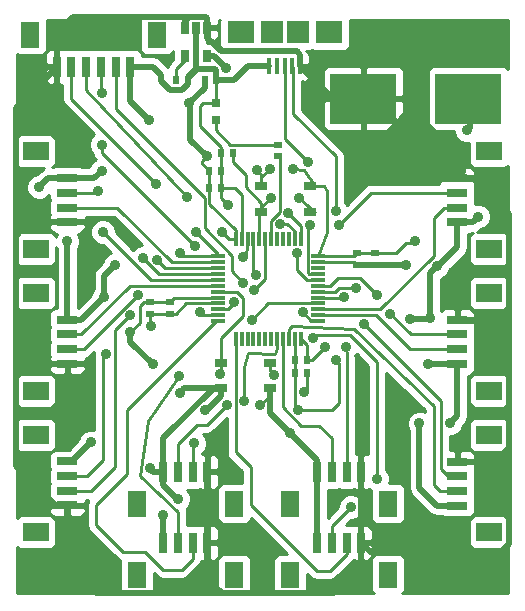
<source format=gtl>
G04 (created by PCBNEW (25-Oct-2014 BZR 4029)-stable) date Mon 07 Sep 2015 11:32:33 AM EDT*
%MOIN*%
G04 Gerber Fmt 3.4, Leading zero omitted, Abs format*
%FSLAX34Y34*%
G01*
G70*
G90*
G04 APERTURE LIST*
%ADD10C,0.00393701*%
%ADD11R,0.0275591X0.0708661*%
%ADD12R,0.0629921X0.0866142*%
%ADD13R,0.0472441X0.011811*%
%ADD14R,0.011811X0.0472441*%
%ADD15R,0.0748031X0.0748031*%
%ADD16R,0.0905512X0.0748031*%
%ADD17R,0.015748X0.0551181*%
%ADD18R,0.0275591X0.0393701*%
%ADD19R,0.0708661X0.0275591*%
%ADD20R,0.0866142X0.0629921*%
%ADD21R,0.0314961X0.0314961*%
%ADD22R,0.023622X0.0275591*%
%ADD23R,0.0275591X0.023622*%
%ADD24R,0.0413386X0.0255906*%
%ADD25R,0.220472X0.169291*%
%ADD26C,0.035*%
%ADD27C,0.02*%
%ADD28C,0.01*%
G04 APERTURE END LIST*
G54D10*
G54D11*
X46998Y-49212D03*
X46505Y-49212D03*
X47490Y-49212D03*
X47972Y-49212D03*
G54D12*
X48868Y-50275D03*
X45620Y-50275D03*
G54D13*
X48326Y-39665D03*
X48326Y-39862D03*
X48326Y-40059D03*
X48326Y-40255D03*
X48326Y-40452D03*
X48326Y-40649D03*
X48326Y-40846D03*
X48326Y-41043D03*
X48326Y-41240D03*
X48326Y-41437D03*
X48326Y-41633D03*
X48326Y-41830D03*
X51673Y-41830D03*
X51673Y-41633D03*
X51673Y-41437D03*
X51673Y-41240D03*
X51673Y-41043D03*
X51673Y-40846D03*
X51673Y-40649D03*
X51673Y-40452D03*
X51673Y-40255D03*
X51673Y-40059D03*
X51673Y-39862D03*
X51673Y-39665D03*
G54D14*
X48917Y-42421D03*
X49114Y-42421D03*
X49311Y-42421D03*
X49507Y-42421D03*
X49704Y-42421D03*
X49901Y-42421D03*
X50098Y-42421D03*
X50295Y-42421D03*
X50492Y-42421D03*
X50688Y-42421D03*
X50885Y-42421D03*
X51082Y-42421D03*
X51082Y-39074D03*
X50885Y-39074D03*
X50688Y-39074D03*
X50492Y-39074D03*
X50295Y-39074D03*
X50098Y-39074D03*
X49901Y-39074D03*
X49704Y-39074D03*
X49507Y-39074D03*
X49311Y-39074D03*
X49114Y-39074D03*
X48917Y-39074D03*
G54D15*
X50984Y-32204D03*
X50118Y-32204D03*
G54D16*
X52027Y-32204D03*
X49074Y-32204D03*
G54D17*
X50551Y-33326D03*
X50807Y-33326D03*
X51062Y-33326D03*
X50295Y-33326D03*
X50039Y-33326D03*
G54D18*
X47598Y-32047D03*
X47972Y-32047D03*
X47224Y-32047D03*
X47972Y-32992D03*
X47224Y-32992D03*
G54D11*
X44419Y-33346D03*
X44911Y-33346D03*
X45403Y-33346D03*
X43927Y-33346D03*
X43435Y-33346D03*
X42942Y-33346D03*
G54D12*
X42057Y-32283D03*
X46289Y-32283D03*
G54D11*
X46998Y-46850D03*
X46505Y-46850D03*
X47490Y-46850D03*
X47972Y-46850D03*
G54D12*
X48868Y-47913D03*
X45620Y-47913D03*
G54D19*
X43307Y-37549D03*
X43307Y-37057D03*
X43307Y-38041D03*
X43307Y-38523D03*
G54D20*
X42244Y-39419D03*
X42244Y-36171D03*
G54D19*
X43307Y-42273D03*
X43307Y-41781D03*
X43307Y-42765D03*
X43307Y-43248D03*
G54D20*
X42244Y-44143D03*
X42244Y-40895D03*
G54D19*
X43307Y-46998D03*
X43307Y-46505D03*
X43307Y-47490D03*
X43307Y-47972D03*
G54D20*
X42244Y-48868D03*
X42244Y-45620D03*
G54D11*
X52116Y-49212D03*
X51624Y-49212D03*
X52608Y-49212D03*
X53090Y-49212D03*
G54D12*
X53986Y-50275D03*
X50738Y-50275D03*
G54D11*
X52116Y-46850D03*
X51624Y-46850D03*
X52608Y-46850D03*
X53090Y-46850D03*
G54D12*
X53986Y-47913D03*
X50738Y-47913D03*
G54D19*
X56299Y-47490D03*
X56299Y-47982D03*
X56299Y-46998D03*
X56299Y-46515D03*
G54D20*
X57362Y-45620D03*
X57362Y-48868D03*
G54D19*
X56299Y-42765D03*
X56299Y-43257D03*
X56299Y-42273D03*
X56299Y-41791D03*
G54D20*
X57362Y-40895D03*
X57362Y-44143D03*
G54D19*
X56299Y-38041D03*
X56299Y-38533D03*
X56299Y-37549D03*
X56299Y-37066D03*
G54D20*
X57362Y-36171D03*
X57362Y-39419D03*
G54D21*
X48267Y-35137D03*
X48267Y-34547D03*
G54D22*
X48031Y-37401D03*
X48425Y-37401D03*
G54D23*
X46732Y-41181D03*
X46732Y-41574D03*
X52952Y-39566D03*
X52952Y-39960D03*
G54D22*
X50905Y-43110D03*
X51299Y-43110D03*
X48425Y-36811D03*
X48031Y-36811D03*
G54D23*
X53543Y-39566D03*
X53543Y-39960D03*
X46062Y-41181D03*
X46062Y-41574D03*
G54D22*
X50905Y-43543D03*
X51299Y-43543D03*
X48818Y-36220D03*
X48425Y-36220D03*
X46929Y-33779D03*
X47322Y-33779D03*
X47874Y-33779D03*
X48267Y-33779D03*
G54D24*
X49773Y-38175D03*
X49773Y-37328D03*
X51407Y-38175D03*
X51407Y-37328D03*
X48423Y-44064D03*
X48423Y-43218D03*
X50057Y-44064D03*
X50057Y-43218D03*
G54D23*
X50314Y-35944D03*
X50314Y-36338D03*
G54D25*
X53169Y-34409D03*
X56673Y-34409D03*
G54D26*
X47362Y-34566D03*
X48582Y-33385D03*
X50059Y-36748D03*
X50826Y-36771D03*
X49633Y-36807D03*
X47952Y-36326D03*
X51889Y-42677D03*
X54881Y-39173D03*
X47047Y-39566D03*
X46102Y-42007D03*
X47598Y-38858D03*
X48464Y-38858D03*
X56614Y-35472D03*
X46141Y-43267D03*
X47047Y-44212D03*
X46023Y-35118D03*
X44448Y-36811D03*
X46496Y-48307D03*
X47007Y-47755D03*
X54606Y-39960D03*
X55629Y-40000D03*
X57007Y-38346D03*
X49740Y-44629D03*
X47889Y-44791D03*
X48661Y-37952D03*
X44881Y-39960D03*
X50708Y-45551D03*
X50984Y-44803D03*
X55314Y-43267D03*
X55393Y-41732D03*
X42362Y-37362D03*
X43307Y-39173D03*
X45393Y-42204D03*
X44527Y-41023D03*
X56062Y-45236D03*
X55039Y-45236D03*
X46062Y-46732D03*
X44094Y-45866D03*
X52244Y-43110D03*
X54724Y-41771D03*
X45669Y-40944D03*
X46299Y-39803D03*
X44330Y-37480D03*
X44488Y-38858D03*
X44448Y-34212D03*
X44448Y-35944D03*
X47559Y-39330D03*
X47716Y-41535D03*
X46259Y-37244D03*
X50669Y-38228D03*
X47011Y-43649D03*
X49606Y-40275D03*
X44606Y-42913D03*
X49527Y-40787D03*
X49173Y-40551D03*
X48858Y-41181D03*
X52244Y-38149D03*
X50944Y-39566D03*
X47283Y-37677D03*
X50393Y-38582D03*
X52362Y-38622D03*
X51141Y-41535D03*
X54055Y-41574D03*
X53622Y-40944D03*
X53188Y-41929D03*
X52913Y-40708D03*
X48405Y-43590D03*
X51185Y-44192D03*
X50177Y-43618D03*
X51023Y-37716D03*
X50078Y-37708D03*
X51338Y-36535D03*
X51377Y-38622D03*
X49188Y-44492D03*
X48629Y-44610D03*
X52755Y-48031D03*
X53622Y-47086D03*
X51496Y-42401D03*
X49173Y-39685D03*
X45393Y-41614D03*
X45826Y-39724D03*
X52598Y-42677D03*
X52519Y-41023D03*
X47519Y-45901D03*
X49460Y-41783D03*
G54D27*
X47874Y-33779D02*
X47874Y-34055D01*
X47874Y-34055D02*
X47362Y-34566D01*
X47972Y-32992D02*
X48188Y-32992D01*
X47401Y-35775D02*
X47952Y-36326D01*
X47401Y-34606D02*
X47401Y-35775D01*
X47362Y-34566D02*
X47401Y-34606D01*
X48188Y-32992D02*
X48582Y-33385D01*
G54D28*
X51850Y-37322D02*
X51545Y-37328D01*
X49773Y-37033D02*
X49773Y-37328D01*
X50059Y-36748D02*
X49773Y-37033D01*
X51206Y-36780D02*
X50826Y-36771D01*
X51545Y-37328D02*
X51206Y-36780D01*
X49773Y-37328D02*
X49773Y-36946D01*
X49773Y-36946D02*
X49633Y-36807D01*
X47952Y-36326D02*
X47787Y-36492D01*
X47787Y-36492D02*
X47787Y-36566D01*
X47787Y-36566D02*
X48031Y-36811D01*
X51673Y-39665D02*
X51968Y-38858D01*
X51968Y-37480D02*
X51850Y-37322D01*
X51968Y-37755D02*
X51968Y-37480D01*
X51968Y-38031D02*
X51968Y-37755D01*
X51968Y-38858D02*
X51968Y-38031D01*
X46732Y-41574D02*
X46062Y-41574D01*
X54606Y-39212D02*
X54842Y-39212D01*
X51456Y-43110D02*
X51299Y-43110D01*
X51889Y-42677D02*
X51456Y-43110D01*
X54842Y-39212D02*
X54881Y-39173D01*
X46062Y-41574D02*
X46062Y-41968D01*
X47145Y-39665D02*
X48326Y-39665D01*
X47047Y-39566D02*
X47145Y-39665D01*
X46062Y-41968D02*
X46102Y-42007D01*
X48326Y-39665D02*
X48326Y-39586D01*
X48326Y-39586D02*
X47598Y-38858D01*
X48464Y-38858D02*
X48681Y-39074D01*
X48681Y-39074D02*
X48917Y-39074D01*
X53543Y-39566D02*
X54251Y-39566D01*
X54251Y-39566D02*
X54606Y-39212D01*
X51673Y-39665D02*
X52854Y-39665D01*
X52854Y-39665D02*
X52952Y-39566D01*
X52952Y-39566D02*
X53543Y-39566D01*
X51299Y-43110D02*
X51299Y-42637D01*
X51299Y-42637D02*
X51082Y-42421D01*
X48326Y-41240D02*
X47263Y-41240D01*
X46929Y-41574D02*
X46062Y-41574D01*
X47263Y-41240D02*
X46929Y-41574D01*
X48031Y-37401D02*
X48031Y-36811D01*
X48917Y-39074D02*
X48917Y-38799D01*
X48031Y-37913D02*
X48031Y-37401D01*
X48917Y-38799D02*
X48031Y-37913D01*
G54D27*
X54685Y-34960D02*
X54685Y-35157D01*
X54685Y-35157D02*
X54566Y-35157D01*
X54566Y-35157D02*
X54566Y-35275D01*
X54803Y-34960D02*
X54685Y-34960D01*
X54685Y-34960D02*
X54566Y-34960D01*
X54015Y-35511D02*
X53976Y-35511D01*
X54566Y-34960D02*
X54015Y-35511D01*
X56299Y-37066D02*
X56299Y-36771D01*
X56299Y-36771D02*
X54724Y-35196D01*
X56299Y-37066D02*
X56299Y-37007D01*
X54566Y-35275D02*
X54566Y-35157D01*
X56299Y-37007D02*
X54566Y-35275D01*
X56299Y-37066D02*
X56003Y-37066D01*
X56003Y-37066D02*
X54330Y-35393D01*
X56299Y-37066D02*
X55846Y-37066D01*
X55846Y-37066D02*
X54173Y-35393D01*
X56299Y-37066D02*
X56299Y-37047D01*
X56496Y-36496D02*
X54960Y-34960D01*
X56496Y-36850D02*
X56496Y-36496D01*
X56299Y-37047D02*
X56496Y-36850D01*
X56299Y-37066D02*
X56299Y-36574D01*
X54803Y-35078D02*
X54803Y-34960D01*
X54803Y-34960D02*
X54803Y-35039D01*
X56299Y-36574D02*
X54803Y-35078D01*
X54566Y-35157D02*
X54566Y-35118D01*
X54566Y-35157D02*
X54566Y-35157D01*
X56299Y-37066D02*
X56161Y-37066D01*
X53503Y-34409D02*
X53169Y-34409D01*
X56161Y-37066D02*
X53503Y-34409D01*
X41574Y-38976D02*
X41574Y-34714D01*
X41574Y-34714D02*
X42942Y-33346D01*
X47362Y-31692D02*
X43503Y-31692D01*
X43503Y-31692D02*
X42942Y-32253D01*
X42942Y-32253D02*
X42942Y-33346D01*
X47972Y-32047D02*
X47972Y-31751D01*
X47224Y-31830D02*
X47224Y-32047D01*
X47362Y-31692D02*
X47224Y-31830D01*
X47913Y-31692D02*
X47362Y-31692D01*
X47972Y-31751D02*
X47913Y-31692D01*
X51062Y-33326D02*
X51062Y-32952D01*
X47972Y-32381D02*
X47972Y-32047D01*
X48425Y-32834D02*
X48110Y-32519D01*
X48110Y-32519D02*
X47972Y-32381D01*
X50944Y-32834D02*
X48425Y-32834D01*
X51062Y-32952D02*
X50944Y-32834D01*
X53169Y-34409D02*
X52145Y-34409D01*
X52145Y-34409D02*
X51062Y-33326D01*
X41574Y-43700D02*
X41574Y-38976D01*
X42027Y-38523D02*
X43307Y-38523D01*
X41574Y-38976D02*
X42027Y-38523D01*
X43307Y-47972D02*
X42893Y-47972D01*
X42027Y-43248D02*
X43307Y-43248D01*
X41574Y-43700D02*
X42027Y-43248D01*
X41574Y-46653D02*
X41574Y-43700D01*
X42893Y-47972D02*
X41574Y-46653D01*
X48464Y-50905D02*
X44251Y-50905D01*
X43307Y-49960D02*
X43307Y-47972D01*
X44251Y-50905D02*
X43307Y-49960D01*
X47972Y-49212D02*
X47972Y-46850D01*
X53090Y-49212D02*
X53090Y-50019D01*
X47972Y-50413D02*
X47972Y-49212D01*
X48464Y-50905D02*
X47972Y-50413D01*
X52204Y-50905D02*
X48464Y-50905D01*
X53090Y-50019D02*
X52204Y-50905D01*
X58011Y-46043D02*
X58011Y-49271D01*
X53444Y-49566D02*
X53090Y-49212D01*
X57716Y-49566D02*
X53444Y-49566D01*
X58011Y-49271D02*
X57716Y-49566D01*
X53090Y-49212D02*
X53090Y-46850D01*
X58011Y-41397D02*
X58011Y-46043D01*
X57539Y-46515D02*
X56299Y-46515D01*
X58011Y-46043D02*
X57539Y-46515D01*
X56299Y-37066D02*
X56830Y-37066D01*
X57618Y-41791D02*
X56299Y-41791D01*
X58031Y-41377D02*
X58011Y-41397D01*
X58011Y-41397D02*
X57618Y-41791D01*
X58031Y-38267D02*
X58031Y-41377D01*
X56830Y-37066D02*
X58031Y-38267D01*
X50039Y-33326D02*
X49311Y-33326D01*
X48858Y-33779D02*
X48267Y-33779D01*
X49311Y-33326D02*
X48858Y-33779D01*
X56712Y-35374D02*
X56673Y-34409D01*
X56614Y-35472D02*
X56712Y-35374D01*
X48423Y-44064D02*
X47194Y-44064D01*
X45393Y-42519D02*
X45393Y-42204D01*
X46141Y-43267D02*
X45393Y-42519D01*
X47194Y-44064D02*
X47047Y-44212D01*
X43307Y-37057D02*
X44202Y-37057D01*
X45403Y-34498D02*
X45403Y-33346D01*
X46023Y-35118D02*
X45403Y-34498D01*
X44202Y-37057D02*
X44448Y-36811D01*
X43307Y-37057D02*
X42667Y-37057D01*
X42667Y-37057D02*
X42362Y-37362D01*
X47322Y-33779D02*
X47322Y-33937D01*
X47322Y-33937D02*
X47125Y-34133D01*
X47125Y-34133D02*
X46732Y-34133D01*
X46732Y-34133D02*
X46417Y-33818D01*
X46417Y-33818D02*
X46417Y-33622D01*
X46417Y-33622D02*
X46141Y-33346D01*
X46141Y-33346D02*
X45403Y-33346D01*
X47598Y-32047D02*
X47598Y-33425D01*
X47598Y-33425D02*
X48228Y-33425D01*
X48228Y-33425D02*
X48267Y-33464D01*
X48267Y-33464D02*
X48267Y-33779D01*
X47598Y-33425D02*
X47322Y-33700D01*
X47322Y-33700D02*
X47322Y-33779D01*
X43307Y-46505D02*
X43454Y-46505D01*
X43454Y-46505D02*
X44094Y-45866D01*
X43307Y-41781D02*
X43307Y-39173D01*
X44527Y-41023D02*
X44527Y-40314D01*
X44527Y-40314D02*
X44881Y-39960D01*
X43307Y-41781D02*
X43769Y-41781D01*
X43769Y-41781D02*
X44527Y-41023D01*
X47889Y-44791D02*
X47964Y-44791D01*
X48423Y-44332D02*
X48423Y-44064D01*
X47964Y-44791D02*
X48423Y-44332D01*
X46505Y-46850D02*
X46505Y-45738D01*
X46505Y-45738D02*
X48179Y-44064D01*
X48179Y-44064D02*
X48423Y-44064D01*
X46062Y-46732D02*
X46062Y-46771D01*
X46141Y-46850D02*
X46505Y-46850D01*
X46062Y-46771D02*
X46141Y-46850D01*
X47007Y-47755D02*
X46968Y-47755D01*
X46968Y-47755D02*
X46505Y-47293D01*
X46505Y-47293D02*
X46505Y-46850D01*
X46505Y-49212D02*
X46505Y-48316D01*
X46505Y-48316D02*
X46496Y-48307D01*
X54724Y-41771D02*
X55354Y-41771D01*
X55354Y-41771D02*
X55393Y-41732D01*
X56299Y-43257D02*
X55324Y-43257D01*
X55324Y-43257D02*
X55314Y-43267D01*
X56062Y-45236D02*
X56299Y-45000D01*
X56299Y-45000D02*
X56299Y-43257D01*
X56299Y-47982D02*
X55620Y-47982D01*
X55620Y-47982D02*
X55039Y-47401D01*
X55039Y-47401D02*
X55039Y-45236D01*
X51624Y-46850D02*
X51624Y-49212D01*
X51624Y-46850D02*
X51624Y-46466D01*
X51624Y-46466D02*
X50708Y-45551D01*
X50708Y-45551D02*
X50057Y-44899D01*
X50057Y-44899D02*
X50057Y-44064D01*
X55629Y-40000D02*
X55669Y-40000D01*
X56299Y-39370D02*
X56299Y-38533D01*
X55669Y-40000D02*
X56299Y-39370D01*
G54D28*
X51673Y-39862D02*
X52854Y-39862D01*
X52854Y-39862D02*
X52952Y-39960D01*
G54D27*
X53543Y-39960D02*
X52952Y-39960D01*
X55393Y-41732D02*
X55393Y-40236D01*
X55393Y-40236D02*
X55629Y-40000D01*
X54606Y-39960D02*
X53543Y-39960D01*
X56299Y-38533D02*
X56820Y-38533D01*
X56820Y-38533D02*
X57007Y-38346D01*
G54D28*
X48425Y-36220D02*
X48425Y-36023D01*
X47814Y-34547D02*
X48267Y-34547D01*
X47716Y-34645D02*
X47814Y-34547D01*
X47716Y-35314D02*
X47716Y-34645D01*
X48425Y-36023D02*
X47716Y-35314D01*
X48267Y-33779D02*
X48267Y-34547D01*
X48267Y-33779D02*
X48267Y-33464D01*
X48267Y-33464D02*
X48228Y-33425D01*
X48228Y-33425D02*
X47598Y-33425D01*
X47598Y-33425D02*
X47598Y-33503D01*
X47598Y-33503D02*
X47322Y-33779D01*
X51624Y-46466D02*
X50708Y-45551D01*
X50057Y-44312D02*
X50057Y-44064D01*
X49740Y-44629D02*
X50057Y-44312D01*
X48423Y-44064D02*
X48179Y-44064D01*
X48179Y-44064D02*
X46505Y-45738D01*
X50057Y-44064D02*
X50057Y-44899D01*
X48425Y-37716D02*
X48425Y-37401D01*
X48661Y-37952D02*
X48425Y-37716D01*
X44527Y-40314D02*
X44881Y-39960D01*
X55324Y-43257D02*
X55314Y-43267D01*
X42362Y-37362D02*
X42667Y-37057D01*
X45866Y-41181D02*
X46062Y-41181D01*
X45393Y-42204D02*
X45708Y-41889D01*
X45708Y-41889D02*
X45708Y-41338D01*
X45708Y-41338D02*
X45866Y-41181D01*
X43769Y-41781D02*
X44527Y-41023D01*
X56299Y-45000D02*
X56299Y-43257D01*
X55039Y-47401D02*
X55039Y-45236D01*
X55620Y-47982D02*
X55039Y-47401D01*
X44094Y-45866D02*
X43454Y-46505D01*
X46505Y-48316D02*
X46496Y-48307D01*
X50905Y-43543D02*
X50905Y-43110D01*
X50905Y-43110D02*
X50885Y-43090D01*
X50885Y-43090D02*
X50885Y-42421D01*
X48326Y-41043D02*
X46870Y-41043D01*
X46870Y-41043D02*
X46732Y-41181D01*
X46732Y-41181D02*
X46062Y-41181D01*
X49114Y-39074D02*
X49114Y-37618D01*
X49114Y-37618D02*
X48897Y-37401D01*
X48897Y-37401D02*
X48425Y-37401D01*
X48425Y-37401D02*
X48425Y-36811D01*
X48425Y-36811D02*
X48425Y-36220D01*
X52125Y-44803D02*
X50984Y-44803D01*
X52362Y-44566D02*
X52125Y-44803D01*
X52362Y-43228D02*
X52362Y-44566D01*
X52244Y-43110D02*
X52362Y-43228D01*
X50905Y-44724D02*
X50905Y-43543D01*
X50984Y-44803D02*
X50905Y-44724D01*
X50492Y-42421D02*
X50492Y-44704D01*
X52116Y-45738D02*
X52116Y-46850D01*
X51692Y-45314D02*
X52116Y-45738D01*
X51102Y-45314D02*
X51692Y-45314D01*
X50492Y-44704D02*
X51102Y-45314D01*
X48917Y-42421D02*
X48917Y-46200D01*
X52608Y-49596D02*
X52608Y-49212D01*
X52047Y-50157D02*
X52608Y-49596D01*
X51614Y-50157D02*
X52047Y-50157D01*
X49409Y-47952D02*
X51614Y-50157D01*
X49409Y-46692D02*
X49409Y-47952D01*
X48917Y-46200D02*
X49409Y-46692D01*
X48326Y-41830D02*
X48248Y-41830D01*
X47490Y-49753D02*
X47490Y-49212D01*
X47125Y-50118D02*
X47490Y-49753D01*
X46496Y-50118D02*
X47125Y-50118D01*
X45905Y-49527D02*
X46496Y-50118D01*
X45157Y-49527D02*
X45905Y-49527D01*
X44251Y-48622D02*
X45157Y-49527D01*
X44251Y-47952D02*
X44251Y-48622D01*
X45275Y-46929D02*
X44251Y-47952D01*
X45275Y-44803D02*
X45275Y-46929D01*
X48248Y-41830D02*
X45275Y-44803D01*
X48326Y-40059D02*
X46555Y-40059D01*
X43848Y-42765D02*
X43307Y-42765D01*
X45669Y-40944D02*
X43848Y-42765D01*
X46555Y-40059D02*
X46299Y-39803D01*
X48326Y-39862D02*
X46791Y-39862D01*
X44970Y-38041D02*
X43307Y-38041D01*
X46791Y-39862D02*
X44970Y-38041D01*
X48326Y-40649D02*
X45374Y-40649D01*
X43750Y-42273D02*
X43307Y-42273D01*
X45374Y-40649D02*
X43750Y-42273D01*
X48326Y-40452D02*
X46082Y-40452D01*
X44261Y-37549D02*
X43307Y-37549D01*
X44330Y-37480D02*
X44261Y-37549D01*
X46082Y-40452D02*
X44488Y-38858D01*
X48326Y-41633D02*
X47814Y-41633D01*
X44419Y-34183D02*
X44419Y-33346D01*
X44448Y-34212D02*
X44419Y-34183D01*
X44448Y-36220D02*
X44448Y-35944D01*
X47559Y-39330D02*
X44448Y-36220D01*
X47814Y-41633D02*
X47716Y-41535D01*
X51082Y-39074D02*
X51082Y-38641D01*
X43435Y-34419D02*
X43435Y-33346D01*
X46259Y-37244D02*
X43435Y-34419D01*
X51082Y-38641D02*
X50669Y-38228D01*
X49507Y-39074D02*
X49507Y-40177D01*
X46998Y-48179D02*
X46998Y-49212D01*
X45708Y-47007D02*
X46998Y-48179D01*
X45984Y-45157D02*
X45708Y-47007D01*
X47011Y-43649D02*
X45984Y-45157D01*
X49507Y-40177D02*
X49606Y-40275D01*
X49901Y-39074D02*
X49901Y-40413D01*
X43946Y-46998D02*
X43307Y-46998D01*
X44488Y-46456D02*
X43946Y-46998D01*
X44488Y-43031D02*
X44488Y-46456D01*
X44606Y-42913D02*
X44488Y-43031D01*
X49901Y-40413D02*
X49527Y-40787D01*
X51673Y-41437D02*
X53720Y-41437D01*
X55856Y-38041D02*
X56299Y-38041D01*
X55511Y-38385D02*
X55856Y-38041D01*
X55511Y-39645D02*
X55511Y-38385D01*
X53720Y-41437D02*
X55511Y-39645D01*
X48326Y-41437D02*
X48641Y-41437D01*
X44911Y-34753D02*
X44911Y-33346D01*
X47874Y-37716D02*
X44911Y-34753D01*
X47874Y-38740D02*
X47874Y-37716D01*
X48779Y-39645D02*
X47874Y-38740D01*
X48779Y-40157D02*
X48779Y-39645D01*
X49173Y-40551D02*
X48779Y-40157D01*
X48858Y-41220D02*
X48858Y-41181D01*
X48641Y-41437D02*
X48858Y-41220D01*
X51673Y-40452D02*
X51279Y-40452D01*
X50826Y-33346D02*
X50807Y-33326D01*
X50826Y-34921D02*
X50826Y-33346D01*
X52244Y-36338D02*
X50826Y-34921D01*
X52244Y-38149D02*
X52244Y-36338D01*
X50944Y-40118D02*
X50944Y-39566D01*
X51279Y-40452D02*
X50944Y-40118D01*
X50885Y-39074D02*
X50885Y-38838D01*
X43927Y-34124D02*
X43927Y-33346D01*
X47283Y-37677D02*
X43927Y-34124D01*
X50629Y-38582D02*
X50393Y-38582D01*
X50885Y-38838D02*
X50629Y-38582D01*
X48267Y-35137D02*
X48267Y-35472D01*
X48740Y-35944D02*
X50314Y-35944D01*
X48267Y-35472D02*
X48740Y-35944D01*
X50098Y-39074D02*
X50098Y-38484D01*
X50393Y-36417D02*
X50314Y-36338D01*
X50393Y-38188D02*
X50393Y-36417D01*
X50098Y-38484D02*
X50393Y-38188D01*
X51673Y-41830D02*
X51437Y-41830D01*
X53435Y-37549D02*
X56299Y-37549D01*
X52362Y-38622D02*
X53435Y-37549D01*
X51437Y-41830D02*
X51141Y-41535D01*
X51673Y-41633D02*
X53602Y-41633D01*
X54734Y-42765D02*
X56299Y-42765D01*
X53602Y-41633D02*
X54734Y-42765D01*
X51673Y-40649D02*
X52066Y-40649D01*
X54753Y-42273D02*
X56299Y-42273D01*
X54055Y-41574D02*
X54753Y-42273D01*
X53070Y-40393D02*
X53622Y-40944D01*
X52322Y-40393D02*
X53070Y-40393D01*
X52066Y-40649D02*
X52322Y-40393D01*
X51673Y-40846D02*
X52224Y-40846D01*
X55974Y-46998D02*
X56299Y-46998D01*
X55748Y-46771D02*
X55974Y-46998D01*
X55748Y-44488D02*
X55748Y-46771D01*
X53188Y-41929D02*
X55748Y-44488D01*
X52362Y-40708D02*
X52913Y-40708D01*
X52224Y-40846D02*
X52362Y-40708D01*
X50688Y-42421D02*
X50688Y-42106D01*
X55718Y-47490D02*
X56299Y-47490D01*
X55511Y-47283D02*
X55718Y-47490D01*
X55511Y-44645D02*
X55511Y-47283D01*
X52850Y-42106D02*
X55511Y-44645D01*
X50791Y-42000D02*
X52850Y-42106D01*
X50688Y-42106D02*
X50791Y-42000D01*
X47224Y-32992D02*
X47224Y-33129D01*
X46929Y-33425D02*
X46929Y-33779D01*
X47224Y-33129D02*
X46929Y-33425D01*
X48423Y-43218D02*
X48423Y-43572D01*
X48423Y-43572D02*
X48405Y-43590D01*
X51299Y-43543D02*
X51299Y-44078D01*
X51299Y-44078D02*
X51185Y-44192D01*
X50057Y-43498D02*
X50057Y-43218D01*
X50177Y-43618D02*
X50057Y-43498D01*
X48326Y-40846D02*
X48944Y-40846D01*
X48423Y-42387D02*
X48423Y-43218D01*
X49169Y-41641D02*
X48423Y-42387D01*
X49169Y-41070D02*
X49169Y-41641D01*
X48944Y-40846D02*
X49169Y-41070D01*
X49773Y-38175D02*
X49773Y-38013D01*
X51545Y-38175D02*
X51407Y-38175D01*
X51023Y-37716D02*
X51545Y-38175D01*
X49773Y-38013D02*
X50078Y-37708D01*
X49773Y-38175D02*
X49773Y-37891D01*
X48818Y-36527D02*
X48818Y-36220D01*
X49251Y-36960D02*
X48818Y-36527D01*
X49251Y-37370D02*
X49251Y-36960D01*
X49773Y-37891D02*
X49251Y-37370D01*
X49704Y-39074D02*
X49704Y-38244D01*
X49704Y-38244D02*
X49773Y-38175D01*
X51673Y-40255D02*
X51358Y-40255D01*
X50551Y-35748D02*
X50551Y-33326D01*
X51338Y-36535D02*
X50551Y-35748D01*
X51338Y-38661D02*
X51377Y-38622D01*
X51338Y-40236D02*
X51338Y-38661D01*
X51358Y-40255D02*
X51338Y-40236D01*
X46998Y-46850D02*
X46998Y-45923D01*
X50295Y-42724D02*
X50295Y-42421D01*
X50232Y-42917D02*
X50295Y-42724D01*
X49314Y-42901D02*
X50232Y-42917D01*
X49196Y-43362D02*
X49314Y-42901D01*
X49196Y-44484D02*
X49196Y-43362D01*
X49188Y-44492D02*
X49196Y-44484D01*
X47948Y-45291D02*
X48629Y-44610D01*
X47629Y-45291D02*
X47948Y-45291D01*
X46998Y-45923D02*
X47629Y-45291D01*
X49311Y-39074D02*
X49271Y-39586D01*
X52116Y-48671D02*
X52116Y-49212D01*
X52755Y-48031D02*
X52116Y-48671D01*
X53622Y-43188D02*
X53622Y-47086D01*
X52716Y-42283D02*
X53622Y-43188D01*
X51614Y-42283D02*
X52716Y-42283D01*
X51496Y-42401D02*
X51614Y-42283D01*
X49271Y-39586D02*
X49173Y-39685D01*
X48326Y-40255D02*
X46358Y-40255D01*
X44084Y-47490D02*
X43307Y-47490D01*
X44881Y-46692D02*
X44084Y-47490D01*
X44881Y-42125D02*
X44881Y-46692D01*
X45393Y-41614D02*
X44881Y-42125D01*
X46358Y-40255D02*
X45826Y-39724D01*
X51673Y-41043D02*
X52500Y-41043D01*
X52608Y-43001D02*
X52608Y-46850D01*
X52598Y-42677D02*
X52608Y-43001D01*
X52500Y-41043D02*
X52519Y-41023D01*
X51673Y-41240D02*
X50003Y-41240D01*
X47490Y-45931D02*
X47490Y-46850D01*
X47519Y-45901D02*
X47490Y-45931D01*
X50003Y-41240D02*
X49460Y-41783D01*
G54D10*
G36*
X45144Y-50901D02*
X43911Y-50901D01*
X43911Y-48159D01*
X43911Y-48084D01*
X43848Y-48022D01*
X43357Y-48022D01*
X43357Y-48297D01*
X43419Y-48360D01*
X43611Y-48360D01*
X43711Y-48360D01*
X43803Y-48322D01*
X43873Y-48251D01*
X43911Y-48159D01*
X43911Y-50901D01*
X43257Y-50901D01*
X43257Y-48297D01*
X43257Y-48022D01*
X42765Y-48022D01*
X42702Y-48084D01*
X42702Y-48159D01*
X42740Y-48251D01*
X42810Y-48322D01*
X42902Y-48360D01*
X43002Y-48360D01*
X43194Y-48360D01*
X43257Y-48297D01*
X43257Y-50901D01*
X41618Y-50901D01*
X41618Y-49343D01*
X41669Y-49394D01*
X41761Y-49433D01*
X41860Y-49433D01*
X42726Y-49433D01*
X42818Y-49395D01*
X42888Y-49324D01*
X42927Y-49233D01*
X42927Y-49133D01*
X42927Y-48503D01*
X42889Y-48411D01*
X42818Y-48341D01*
X42727Y-48303D01*
X42627Y-48303D01*
X41761Y-48303D01*
X41669Y-48341D01*
X41618Y-48392D01*
X41618Y-46095D01*
X41669Y-46146D01*
X41761Y-46184D01*
X41860Y-46185D01*
X42726Y-46185D01*
X42818Y-46147D01*
X42888Y-46076D01*
X42927Y-45984D01*
X42927Y-45885D01*
X42927Y-45255D01*
X42889Y-45163D01*
X42818Y-45093D01*
X42727Y-45055D01*
X42627Y-45055D01*
X41761Y-45055D01*
X41669Y-45093D01*
X41618Y-45144D01*
X41618Y-44619D01*
X41669Y-44670D01*
X41761Y-44708D01*
X41860Y-44708D01*
X42726Y-44708D01*
X42818Y-44670D01*
X42888Y-44600D01*
X42927Y-44508D01*
X42927Y-44409D01*
X42927Y-43779D01*
X42889Y-43687D01*
X42818Y-43616D01*
X42727Y-43578D01*
X42627Y-43578D01*
X41761Y-43578D01*
X41669Y-43616D01*
X41618Y-43668D01*
X41618Y-41371D01*
X41669Y-41422D01*
X41761Y-41460D01*
X41860Y-41460D01*
X42726Y-41460D01*
X42818Y-41422D01*
X42888Y-41352D01*
X42927Y-41260D01*
X42927Y-41161D01*
X42927Y-40531D01*
X42889Y-40439D01*
X42818Y-40368D01*
X42727Y-40330D01*
X42627Y-40330D01*
X41761Y-40330D01*
X41669Y-40368D01*
X41618Y-40420D01*
X41618Y-39894D01*
X41669Y-39946D01*
X41761Y-39984D01*
X41860Y-39984D01*
X42726Y-39984D01*
X42818Y-39946D01*
X42888Y-39876D01*
X42927Y-39784D01*
X42927Y-39684D01*
X42927Y-39366D01*
X42946Y-39413D01*
X42957Y-39424D01*
X42957Y-41393D01*
X42903Y-41393D01*
X42811Y-41431D01*
X42740Y-41501D01*
X42702Y-41593D01*
X42702Y-41693D01*
X42702Y-41968D01*
X42727Y-42027D01*
X42702Y-42085D01*
X42702Y-42185D01*
X42702Y-42460D01*
X42727Y-42519D01*
X42702Y-42578D01*
X42702Y-42677D01*
X42702Y-42953D01*
X42724Y-43006D01*
X42702Y-43060D01*
X42702Y-43135D01*
X42765Y-43198D01*
X43257Y-43198D01*
X43257Y-43190D01*
X43357Y-43190D01*
X43357Y-43198D01*
X43848Y-43198D01*
X43911Y-43135D01*
X43911Y-43060D01*
X43908Y-43053D01*
X43963Y-43042D01*
X43963Y-43042D01*
X44060Y-42977D01*
X44181Y-42857D01*
X44181Y-42997D01*
X44190Y-43019D01*
X44188Y-43031D01*
X44188Y-45444D01*
X44179Y-45441D01*
X44010Y-45441D01*
X43911Y-45481D01*
X43911Y-43435D01*
X43911Y-43360D01*
X43848Y-43298D01*
X43357Y-43298D01*
X43357Y-43573D01*
X43419Y-43635D01*
X43611Y-43635D01*
X43711Y-43635D01*
X43803Y-43597D01*
X43873Y-43527D01*
X43911Y-43435D01*
X43911Y-45481D01*
X43854Y-45505D01*
X43734Y-45625D01*
X43669Y-45781D01*
X43669Y-45796D01*
X43347Y-46118D01*
X43257Y-46118D01*
X43257Y-43573D01*
X43257Y-43298D01*
X42765Y-43298D01*
X42702Y-43360D01*
X42702Y-43435D01*
X42740Y-43527D01*
X42810Y-43597D01*
X42902Y-43635D01*
X43002Y-43635D01*
X43194Y-43635D01*
X43257Y-43573D01*
X43257Y-46118D01*
X42903Y-46118D01*
X42811Y-46156D01*
X42740Y-46226D01*
X42702Y-46318D01*
X42702Y-46417D01*
X42702Y-46693D01*
X42727Y-46751D01*
X42702Y-46810D01*
X42702Y-46909D01*
X42702Y-47185D01*
X42727Y-47244D01*
X42702Y-47302D01*
X42702Y-47401D01*
X42702Y-47677D01*
X42724Y-47731D01*
X42702Y-47785D01*
X42702Y-47859D01*
X42765Y-47922D01*
X43257Y-47922D01*
X43257Y-47914D01*
X43357Y-47914D01*
X43357Y-47922D01*
X43848Y-47922D01*
X43911Y-47859D01*
X43911Y-47790D01*
X44006Y-47790D01*
X43974Y-47837D01*
X43951Y-47952D01*
X43951Y-48622D01*
X43974Y-48736D01*
X44039Y-48834D01*
X44945Y-49739D01*
X44945Y-49739D01*
X45042Y-49804D01*
X45055Y-49807D01*
X45055Y-49892D01*
X45055Y-50758D01*
X45093Y-50850D01*
X45144Y-50901D01*
X45144Y-50901D01*
G37*
G54D28*
X45144Y-50901D02*
X43911Y-50901D01*
X43911Y-48159D01*
X43911Y-48084D01*
X43848Y-48022D01*
X43357Y-48022D01*
X43357Y-48297D01*
X43419Y-48360D01*
X43611Y-48360D01*
X43711Y-48360D01*
X43803Y-48322D01*
X43873Y-48251D01*
X43911Y-48159D01*
X43911Y-50901D01*
X43257Y-50901D01*
X43257Y-48297D01*
X43257Y-48022D01*
X42765Y-48022D01*
X42702Y-48084D01*
X42702Y-48159D01*
X42740Y-48251D01*
X42810Y-48322D01*
X42902Y-48360D01*
X43002Y-48360D01*
X43194Y-48360D01*
X43257Y-48297D01*
X43257Y-50901D01*
X41618Y-50901D01*
X41618Y-49343D01*
X41669Y-49394D01*
X41761Y-49433D01*
X41860Y-49433D01*
X42726Y-49433D01*
X42818Y-49395D01*
X42888Y-49324D01*
X42927Y-49233D01*
X42927Y-49133D01*
X42927Y-48503D01*
X42889Y-48411D01*
X42818Y-48341D01*
X42727Y-48303D01*
X42627Y-48303D01*
X41761Y-48303D01*
X41669Y-48341D01*
X41618Y-48392D01*
X41618Y-46095D01*
X41669Y-46146D01*
X41761Y-46184D01*
X41860Y-46185D01*
X42726Y-46185D01*
X42818Y-46147D01*
X42888Y-46076D01*
X42927Y-45984D01*
X42927Y-45885D01*
X42927Y-45255D01*
X42889Y-45163D01*
X42818Y-45093D01*
X42727Y-45055D01*
X42627Y-45055D01*
X41761Y-45055D01*
X41669Y-45093D01*
X41618Y-45144D01*
X41618Y-44619D01*
X41669Y-44670D01*
X41761Y-44708D01*
X41860Y-44708D01*
X42726Y-44708D01*
X42818Y-44670D01*
X42888Y-44600D01*
X42927Y-44508D01*
X42927Y-44409D01*
X42927Y-43779D01*
X42889Y-43687D01*
X42818Y-43616D01*
X42727Y-43578D01*
X42627Y-43578D01*
X41761Y-43578D01*
X41669Y-43616D01*
X41618Y-43668D01*
X41618Y-41371D01*
X41669Y-41422D01*
X41761Y-41460D01*
X41860Y-41460D01*
X42726Y-41460D01*
X42818Y-41422D01*
X42888Y-41352D01*
X42927Y-41260D01*
X42927Y-41161D01*
X42927Y-40531D01*
X42889Y-40439D01*
X42818Y-40368D01*
X42727Y-40330D01*
X42627Y-40330D01*
X41761Y-40330D01*
X41669Y-40368D01*
X41618Y-40420D01*
X41618Y-39894D01*
X41669Y-39946D01*
X41761Y-39984D01*
X41860Y-39984D01*
X42726Y-39984D01*
X42818Y-39946D01*
X42888Y-39876D01*
X42927Y-39784D01*
X42927Y-39684D01*
X42927Y-39366D01*
X42946Y-39413D01*
X42957Y-39424D01*
X42957Y-41393D01*
X42903Y-41393D01*
X42811Y-41431D01*
X42740Y-41501D01*
X42702Y-41593D01*
X42702Y-41693D01*
X42702Y-41968D01*
X42727Y-42027D01*
X42702Y-42085D01*
X42702Y-42185D01*
X42702Y-42460D01*
X42727Y-42519D01*
X42702Y-42578D01*
X42702Y-42677D01*
X42702Y-42953D01*
X42724Y-43006D01*
X42702Y-43060D01*
X42702Y-43135D01*
X42765Y-43198D01*
X43257Y-43198D01*
X43257Y-43190D01*
X43357Y-43190D01*
X43357Y-43198D01*
X43848Y-43198D01*
X43911Y-43135D01*
X43911Y-43060D01*
X43908Y-43053D01*
X43963Y-43042D01*
X43963Y-43042D01*
X44060Y-42977D01*
X44181Y-42857D01*
X44181Y-42997D01*
X44190Y-43019D01*
X44188Y-43031D01*
X44188Y-45444D01*
X44179Y-45441D01*
X44010Y-45441D01*
X43911Y-45481D01*
X43911Y-43435D01*
X43911Y-43360D01*
X43848Y-43298D01*
X43357Y-43298D01*
X43357Y-43573D01*
X43419Y-43635D01*
X43611Y-43635D01*
X43711Y-43635D01*
X43803Y-43597D01*
X43873Y-43527D01*
X43911Y-43435D01*
X43911Y-45481D01*
X43854Y-45505D01*
X43734Y-45625D01*
X43669Y-45781D01*
X43669Y-45796D01*
X43347Y-46118D01*
X43257Y-46118D01*
X43257Y-43573D01*
X43257Y-43298D01*
X42765Y-43298D01*
X42702Y-43360D01*
X42702Y-43435D01*
X42740Y-43527D01*
X42810Y-43597D01*
X42902Y-43635D01*
X43002Y-43635D01*
X43194Y-43635D01*
X43257Y-43573D01*
X43257Y-46118D01*
X42903Y-46118D01*
X42811Y-46156D01*
X42740Y-46226D01*
X42702Y-46318D01*
X42702Y-46417D01*
X42702Y-46693D01*
X42727Y-46751D01*
X42702Y-46810D01*
X42702Y-46909D01*
X42702Y-47185D01*
X42727Y-47244D01*
X42702Y-47302D01*
X42702Y-47401D01*
X42702Y-47677D01*
X42724Y-47731D01*
X42702Y-47785D01*
X42702Y-47859D01*
X42765Y-47922D01*
X43257Y-47922D01*
X43257Y-47914D01*
X43357Y-47914D01*
X43357Y-47922D01*
X43848Y-47922D01*
X43911Y-47859D01*
X43911Y-47790D01*
X44006Y-47790D01*
X43974Y-47837D01*
X43951Y-47952D01*
X43951Y-48622D01*
X43974Y-48736D01*
X44039Y-48834D01*
X44945Y-49739D01*
X44945Y-49739D01*
X45042Y-49804D01*
X45055Y-49807D01*
X45055Y-49892D01*
X45055Y-50758D01*
X45093Y-50850D01*
X45144Y-50901D01*
G54D10*
G36*
X45804Y-39299D02*
X45742Y-39299D01*
X45586Y-39363D01*
X45502Y-39447D01*
X44913Y-38859D01*
X44913Y-38774D01*
X44848Y-38617D01*
X44729Y-38498D01*
X44573Y-38433D01*
X44404Y-38433D01*
X44247Y-38497D01*
X44128Y-38617D01*
X44063Y-38773D01*
X44063Y-38942D01*
X44127Y-39098D01*
X44247Y-39218D01*
X44403Y-39283D01*
X44488Y-39283D01*
X44757Y-39552D01*
X44641Y-39600D01*
X44521Y-39719D01*
X44456Y-39875D01*
X44456Y-39890D01*
X44280Y-40067D01*
X44204Y-40181D01*
X44177Y-40314D01*
X44177Y-40772D01*
X44167Y-40782D01*
X44102Y-40938D01*
X44102Y-40953D01*
X43662Y-41393D01*
X43657Y-41393D01*
X43657Y-39424D01*
X43667Y-39414D01*
X43732Y-39258D01*
X43732Y-39089D01*
X43667Y-38932D01*
X43646Y-38911D01*
X43711Y-38911D01*
X43803Y-38873D01*
X43873Y-38802D01*
X43911Y-38710D01*
X43911Y-38636D01*
X43848Y-38573D01*
X43357Y-38573D01*
X43357Y-38581D01*
X43257Y-38581D01*
X43257Y-38573D01*
X42765Y-38573D01*
X42702Y-38636D01*
X42702Y-38710D01*
X42740Y-38802D01*
X42810Y-38873D01*
X42902Y-38911D01*
X42967Y-38911D01*
X42946Y-38932D01*
X42911Y-39017D01*
X42889Y-38962D01*
X42818Y-38892D01*
X42727Y-38854D01*
X42627Y-38854D01*
X41761Y-38854D01*
X41669Y-38892D01*
X41618Y-38943D01*
X41618Y-36646D01*
X41669Y-36698D01*
X41761Y-36736D01*
X41860Y-36736D01*
X42529Y-36736D01*
X42419Y-36809D01*
X42292Y-36937D01*
X42278Y-36937D01*
X42121Y-37001D01*
X42002Y-37121D01*
X41937Y-37277D01*
X41937Y-37446D01*
X42001Y-37602D01*
X42121Y-37722D01*
X42277Y-37787D01*
X42446Y-37787D01*
X42602Y-37722D01*
X42702Y-37622D01*
X42702Y-37736D01*
X42727Y-37795D01*
X42702Y-37853D01*
X42702Y-37953D01*
X42702Y-38228D01*
X42724Y-38282D01*
X42702Y-38336D01*
X42702Y-38411D01*
X42765Y-38473D01*
X43257Y-38473D01*
X43257Y-38465D01*
X43357Y-38465D01*
X43357Y-38473D01*
X43848Y-38473D01*
X43911Y-38411D01*
X43911Y-38341D01*
X44846Y-38341D01*
X45804Y-39299D01*
X45804Y-39299D01*
G37*
G54D28*
X45804Y-39299D02*
X45742Y-39299D01*
X45586Y-39363D01*
X45502Y-39447D01*
X44913Y-38859D01*
X44913Y-38774D01*
X44848Y-38617D01*
X44729Y-38498D01*
X44573Y-38433D01*
X44404Y-38433D01*
X44247Y-38497D01*
X44128Y-38617D01*
X44063Y-38773D01*
X44063Y-38942D01*
X44127Y-39098D01*
X44247Y-39218D01*
X44403Y-39283D01*
X44488Y-39283D01*
X44757Y-39552D01*
X44641Y-39600D01*
X44521Y-39719D01*
X44456Y-39875D01*
X44456Y-39890D01*
X44280Y-40067D01*
X44204Y-40181D01*
X44177Y-40314D01*
X44177Y-40772D01*
X44167Y-40782D01*
X44102Y-40938D01*
X44102Y-40953D01*
X43662Y-41393D01*
X43657Y-41393D01*
X43657Y-39424D01*
X43667Y-39414D01*
X43732Y-39258D01*
X43732Y-39089D01*
X43667Y-38932D01*
X43646Y-38911D01*
X43711Y-38911D01*
X43803Y-38873D01*
X43873Y-38802D01*
X43911Y-38710D01*
X43911Y-38636D01*
X43848Y-38573D01*
X43357Y-38573D01*
X43357Y-38581D01*
X43257Y-38581D01*
X43257Y-38573D01*
X42765Y-38573D01*
X42702Y-38636D01*
X42702Y-38710D01*
X42740Y-38802D01*
X42810Y-38873D01*
X42902Y-38911D01*
X42967Y-38911D01*
X42946Y-38932D01*
X42911Y-39017D01*
X42889Y-38962D01*
X42818Y-38892D01*
X42727Y-38854D01*
X42627Y-38854D01*
X41761Y-38854D01*
X41669Y-38892D01*
X41618Y-38943D01*
X41618Y-36646D01*
X41669Y-36698D01*
X41761Y-36736D01*
X41860Y-36736D01*
X42529Y-36736D01*
X42419Y-36809D01*
X42292Y-36937D01*
X42278Y-36937D01*
X42121Y-37001D01*
X42002Y-37121D01*
X41937Y-37277D01*
X41937Y-37446D01*
X42001Y-37602D01*
X42121Y-37722D01*
X42277Y-37787D01*
X42446Y-37787D01*
X42602Y-37722D01*
X42702Y-37622D01*
X42702Y-37736D01*
X42727Y-37795D01*
X42702Y-37853D01*
X42702Y-37953D01*
X42702Y-38228D01*
X42724Y-38282D01*
X42702Y-38336D01*
X42702Y-38411D01*
X42765Y-38473D01*
X43257Y-38473D01*
X43257Y-38465D01*
X43357Y-38465D01*
X43357Y-38473D01*
X43848Y-38473D01*
X43911Y-38411D01*
X43911Y-38341D01*
X44846Y-38341D01*
X45804Y-39299D01*
G54D10*
G36*
X46836Y-32809D02*
X46836Y-32844D01*
X46836Y-33093D01*
X46717Y-33213D01*
X46651Y-33310D01*
X46643Y-33353D01*
X46389Y-33098D01*
X46275Y-33023D01*
X46141Y-32996D01*
X45791Y-32996D01*
X45791Y-32942D01*
X45753Y-32850D01*
X45683Y-32780D01*
X45591Y-32742D01*
X45491Y-32742D01*
X45216Y-32742D01*
X45157Y-32766D01*
X45099Y-32742D01*
X44999Y-32742D01*
X44724Y-32742D01*
X44665Y-32766D01*
X44607Y-32742D01*
X44507Y-32742D01*
X44231Y-32742D01*
X44173Y-32766D01*
X44114Y-32742D01*
X44015Y-32742D01*
X43739Y-32742D01*
X43681Y-32766D01*
X43622Y-32742D01*
X43523Y-32742D01*
X43247Y-32742D01*
X43188Y-32766D01*
X43130Y-32742D01*
X43055Y-32742D01*
X42992Y-32804D01*
X42992Y-33296D01*
X43000Y-33296D01*
X43000Y-33396D01*
X42992Y-33396D01*
X42992Y-33888D01*
X43055Y-33950D01*
X43130Y-33950D01*
X43135Y-33948D01*
X43135Y-34419D01*
X43157Y-34534D01*
X43222Y-34631D01*
X44192Y-35600D01*
X44088Y-35703D01*
X44023Y-35859D01*
X44023Y-36029D01*
X44088Y-36185D01*
X44155Y-36252D01*
X44155Y-36252D01*
X44171Y-36335D01*
X44236Y-36432D01*
X44241Y-36437D01*
X44208Y-36450D01*
X44088Y-36569D01*
X44031Y-36707D01*
X43802Y-36707D01*
X43711Y-36669D01*
X43611Y-36669D01*
X42903Y-36669D01*
X42811Y-36707D01*
X42797Y-36707D01*
X42818Y-36698D01*
X42888Y-36628D01*
X42927Y-36536D01*
X42927Y-36436D01*
X42927Y-35806D01*
X42892Y-35723D01*
X42892Y-33888D01*
X42892Y-33396D01*
X42892Y-33296D01*
X42892Y-32804D01*
X42830Y-32742D01*
X42755Y-32742D01*
X42663Y-32780D01*
X42593Y-32850D01*
X42555Y-32942D01*
X42555Y-33041D01*
X42555Y-33233D01*
X42617Y-33296D01*
X42892Y-33296D01*
X42892Y-33396D01*
X42617Y-33396D01*
X42555Y-33458D01*
X42555Y-33651D01*
X42555Y-33750D01*
X42593Y-33842D01*
X42663Y-33912D01*
X42755Y-33950D01*
X42830Y-33950D01*
X42892Y-33888D01*
X42892Y-35723D01*
X42889Y-35714D01*
X42818Y-35644D01*
X42727Y-35606D01*
X42627Y-35606D01*
X41761Y-35606D01*
X41669Y-35644D01*
X41618Y-35695D01*
X41618Y-32935D01*
X41692Y-32966D01*
X41791Y-32966D01*
X42421Y-32966D01*
X42513Y-32928D01*
X42583Y-32858D01*
X42622Y-32766D01*
X42622Y-32667D01*
X42622Y-31800D01*
X42611Y-31775D01*
X45734Y-31775D01*
X45724Y-31800D01*
X45724Y-31899D01*
X45724Y-32766D01*
X45762Y-32857D01*
X45832Y-32928D01*
X45924Y-32966D01*
X46023Y-32966D01*
X46653Y-32966D01*
X46745Y-32928D01*
X46816Y-32858D01*
X46836Y-32809D01*
X46836Y-32809D01*
G37*
G54D28*
X46836Y-32809D02*
X46836Y-32844D01*
X46836Y-33093D01*
X46717Y-33213D01*
X46651Y-33310D01*
X46643Y-33353D01*
X46389Y-33098D01*
X46275Y-33023D01*
X46141Y-32996D01*
X45791Y-32996D01*
X45791Y-32942D01*
X45753Y-32850D01*
X45683Y-32780D01*
X45591Y-32742D01*
X45491Y-32742D01*
X45216Y-32742D01*
X45157Y-32766D01*
X45099Y-32742D01*
X44999Y-32742D01*
X44724Y-32742D01*
X44665Y-32766D01*
X44607Y-32742D01*
X44507Y-32742D01*
X44231Y-32742D01*
X44173Y-32766D01*
X44114Y-32742D01*
X44015Y-32742D01*
X43739Y-32742D01*
X43681Y-32766D01*
X43622Y-32742D01*
X43523Y-32742D01*
X43247Y-32742D01*
X43188Y-32766D01*
X43130Y-32742D01*
X43055Y-32742D01*
X42992Y-32804D01*
X42992Y-33296D01*
X43000Y-33296D01*
X43000Y-33396D01*
X42992Y-33396D01*
X42992Y-33888D01*
X43055Y-33950D01*
X43130Y-33950D01*
X43135Y-33948D01*
X43135Y-34419D01*
X43157Y-34534D01*
X43222Y-34631D01*
X44192Y-35600D01*
X44088Y-35703D01*
X44023Y-35859D01*
X44023Y-36029D01*
X44088Y-36185D01*
X44155Y-36252D01*
X44155Y-36252D01*
X44171Y-36335D01*
X44236Y-36432D01*
X44241Y-36437D01*
X44208Y-36450D01*
X44088Y-36569D01*
X44031Y-36707D01*
X43802Y-36707D01*
X43711Y-36669D01*
X43611Y-36669D01*
X42903Y-36669D01*
X42811Y-36707D01*
X42797Y-36707D01*
X42818Y-36698D01*
X42888Y-36628D01*
X42927Y-36536D01*
X42927Y-36436D01*
X42927Y-35806D01*
X42892Y-35723D01*
X42892Y-33888D01*
X42892Y-33396D01*
X42892Y-33296D01*
X42892Y-32804D01*
X42830Y-32742D01*
X42755Y-32742D01*
X42663Y-32780D01*
X42593Y-32850D01*
X42555Y-32942D01*
X42555Y-33041D01*
X42555Y-33233D01*
X42617Y-33296D01*
X42892Y-33296D01*
X42892Y-33396D01*
X42617Y-33396D01*
X42555Y-33458D01*
X42555Y-33651D01*
X42555Y-33750D01*
X42593Y-33842D01*
X42663Y-33912D01*
X42755Y-33950D01*
X42830Y-33950D01*
X42892Y-33888D01*
X42892Y-35723D01*
X42889Y-35714D01*
X42818Y-35644D01*
X42727Y-35606D01*
X42627Y-35606D01*
X41761Y-35606D01*
X41669Y-35644D01*
X41618Y-35695D01*
X41618Y-32935D01*
X41692Y-32966D01*
X41791Y-32966D01*
X42421Y-32966D01*
X42513Y-32928D01*
X42583Y-32858D01*
X42622Y-32766D01*
X42622Y-32667D01*
X42622Y-31800D01*
X42611Y-31775D01*
X45734Y-31775D01*
X45724Y-31800D01*
X45724Y-31899D01*
X45724Y-32766D01*
X45762Y-32857D01*
X45832Y-32928D01*
X45924Y-32966D01*
X46023Y-32966D01*
X46653Y-32966D01*
X46745Y-32928D01*
X46816Y-32858D01*
X46836Y-32809D01*
G54D10*
G36*
X48430Y-32740D02*
X48360Y-32693D01*
X48360Y-32194D01*
X48360Y-32159D01*
X48297Y-32097D01*
X48022Y-32097D01*
X48022Y-32431D01*
X48084Y-32494D01*
X48159Y-32494D01*
X48251Y-32456D01*
X48322Y-32385D01*
X48360Y-32294D01*
X48360Y-32194D01*
X48360Y-32693D01*
X48330Y-32673D01*
X48330Y-32673D01*
X48322Y-32653D01*
X48252Y-32583D01*
X48160Y-32545D01*
X48060Y-32545D01*
X47948Y-32545D01*
X47948Y-32384D01*
X47986Y-32294D01*
X47986Y-32194D01*
X47986Y-31989D01*
X48022Y-31989D01*
X48022Y-31997D01*
X48297Y-31997D01*
X48360Y-31934D01*
X48360Y-31899D01*
X48360Y-31800D01*
X48349Y-31775D01*
X48374Y-31775D01*
X48372Y-31780D01*
X48372Y-31880D01*
X48372Y-32628D01*
X48409Y-32720D01*
X48430Y-32740D01*
X48430Y-32740D01*
G37*
G54D28*
X48430Y-32740D02*
X48360Y-32693D01*
X48360Y-32194D01*
X48360Y-32159D01*
X48297Y-32097D01*
X48022Y-32097D01*
X48022Y-32431D01*
X48084Y-32494D01*
X48159Y-32494D01*
X48251Y-32456D01*
X48322Y-32385D01*
X48360Y-32294D01*
X48360Y-32194D01*
X48360Y-32693D01*
X48330Y-32673D01*
X48330Y-32673D01*
X48322Y-32653D01*
X48252Y-32583D01*
X48160Y-32545D01*
X48060Y-32545D01*
X47948Y-32545D01*
X47948Y-32384D01*
X47986Y-32294D01*
X47986Y-32194D01*
X47986Y-31989D01*
X48022Y-31989D01*
X48022Y-31997D01*
X48297Y-31997D01*
X48360Y-31934D01*
X48360Y-31899D01*
X48360Y-31800D01*
X48349Y-31775D01*
X48374Y-31775D01*
X48372Y-31780D01*
X48372Y-31880D01*
X48372Y-32628D01*
X48409Y-32720D01*
X48430Y-32740D01*
G54D10*
G36*
X50624Y-49592D02*
X50373Y-49592D01*
X50281Y-49630D01*
X50211Y-49700D01*
X50173Y-49792D01*
X50173Y-49892D01*
X50173Y-50758D01*
X50211Y-50850D01*
X50262Y-50901D01*
X49343Y-50901D01*
X49394Y-50850D01*
X49433Y-50758D01*
X49433Y-50659D01*
X49433Y-49793D01*
X49395Y-49701D01*
X49324Y-49630D01*
X49233Y-49592D01*
X49133Y-49592D01*
X48503Y-49592D01*
X48411Y-49630D01*
X48360Y-49681D01*
X48360Y-49517D01*
X48360Y-48907D01*
X48360Y-48808D01*
X48322Y-48716D01*
X48251Y-48646D01*
X48159Y-48608D01*
X48084Y-48608D01*
X48022Y-48670D01*
X48022Y-49162D01*
X48297Y-49162D01*
X48360Y-49100D01*
X48360Y-48907D01*
X48360Y-49517D01*
X48360Y-49325D01*
X48297Y-49262D01*
X48022Y-49262D01*
X48022Y-49754D01*
X48084Y-49816D01*
X48159Y-49816D01*
X48251Y-49778D01*
X48322Y-49708D01*
X48360Y-49616D01*
X48360Y-49517D01*
X48360Y-49681D01*
X48341Y-49700D01*
X48303Y-49792D01*
X48303Y-49892D01*
X48303Y-50758D01*
X48341Y-50850D01*
X48392Y-50901D01*
X46095Y-50901D01*
X46146Y-50850D01*
X46184Y-50758D01*
X46185Y-50659D01*
X46185Y-50231D01*
X46283Y-50330D01*
X46283Y-50330D01*
X46381Y-50395D01*
X46496Y-50418D01*
X47125Y-50418D01*
X47125Y-50418D01*
X47240Y-50395D01*
X47240Y-50395D01*
X47338Y-50330D01*
X47702Y-49966D01*
X47702Y-49966D01*
X47767Y-49868D01*
X47778Y-49814D01*
X47785Y-49816D01*
X47859Y-49816D01*
X47922Y-49754D01*
X47922Y-49262D01*
X47914Y-49262D01*
X47914Y-49162D01*
X47922Y-49162D01*
X47922Y-48670D01*
X47859Y-48608D01*
X47785Y-48608D01*
X47731Y-48630D01*
X47677Y-48608D01*
X47578Y-48608D01*
X47302Y-48608D01*
X47298Y-48610D01*
X47298Y-48179D01*
X47296Y-48169D01*
X47296Y-48166D01*
X47290Y-48140D01*
X47279Y-48085D01*
X47367Y-47996D01*
X47432Y-47840D01*
X47432Y-47671D01*
X47368Y-47515D01*
X47307Y-47454D01*
X47401Y-47454D01*
X47677Y-47454D01*
X47731Y-47432D01*
X47785Y-47454D01*
X47859Y-47454D01*
X47922Y-47392D01*
X47922Y-46900D01*
X47914Y-46900D01*
X47914Y-46800D01*
X47922Y-46800D01*
X47922Y-46308D01*
X47859Y-46246D01*
X47790Y-46246D01*
X47790Y-46232D01*
X47879Y-46142D01*
X47944Y-45986D01*
X47944Y-45817D01*
X47880Y-45661D01*
X47810Y-45591D01*
X47948Y-45591D01*
X47948Y-45591D01*
X48063Y-45568D01*
X48063Y-45568D01*
X48160Y-45503D01*
X48617Y-45047D01*
X48617Y-46200D01*
X48640Y-46315D01*
X48705Y-46412D01*
X49109Y-46817D01*
X49109Y-47230D01*
X48503Y-47230D01*
X48411Y-47268D01*
X48360Y-47319D01*
X48360Y-47155D01*
X48360Y-46545D01*
X48360Y-46446D01*
X48322Y-46354D01*
X48251Y-46283D01*
X48159Y-46246D01*
X48084Y-46246D01*
X48022Y-46308D01*
X48022Y-46800D01*
X48297Y-46800D01*
X48360Y-46737D01*
X48360Y-46545D01*
X48360Y-47155D01*
X48360Y-46962D01*
X48297Y-46900D01*
X48022Y-46900D01*
X48022Y-47392D01*
X48084Y-47454D01*
X48159Y-47454D01*
X48251Y-47416D01*
X48322Y-47346D01*
X48360Y-47254D01*
X48360Y-47155D01*
X48360Y-47319D01*
X48341Y-47338D01*
X48303Y-47430D01*
X48303Y-47529D01*
X48303Y-48395D01*
X48341Y-48487D01*
X48411Y-48558D01*
X48503Y-48596D01*
X48602Y-48596D01*
X49232Y-48596D01*
X49324Y-48558D01*
X49394Y-48488D01*
X49431Y-48399D01*
X50624Y-49592D01*
X50624Y-49592D01*
G37*
G54D28*
X50624Y-49592D02*
X50373Y-49592D01*
X50281Y-49630D01*
X50211Y-49700D01*
X50173Y-49792D01*
X50173Y-49892D01*
X50173Y-50758D01*
X50211Y-50850D01*
X50262Y-50901D01*
X49343Y-50901D01*
X49394Y-50850D01*
X49433Y-50758D01*
X49433Y-50659D01*
X49433Y-49793D01*
X49395Y-49701D01*
X49324Y-49630D01*
X49233Y-49592D01*
X49133Y-49592D01*
X48503Y-49592D01*
X48411Y-49630D01*
X48360Y-49681D01*
X48360Y-49517D01*
X48360Y-48907D01*
X48360Y-48808D01*
X48322Y-48716D01*
X48251Y-48646D01*
X48159Y-48608D01*
X48084Y-48608D01*
X48022Y-48670D01*
X48022Y-49162D01*
X48297Y-49162D01*
X48360Y-49100D01*
X48360Y-48907D01*
X48360Y-49517D01*
X48360Y-49325D01*
X48297Y-49262D01*
X48022Y-49262D01*
X48022Y-49754D01*
X48084Y-49816D01*
X48159Y-49816D01*
X48251Y-49778D01*
X48322Y-49708D01*
X48360Y-49616D01*
X48360Y-49517D01*
X48360Y-49681D01*
X48341Y-49700D01*
X48303Y-49792D01*
X48303Y-49892D01*
X48303Y-50758D01*
X48341Y-50850D01*
X48392Y-50901D01*
X46095Y-50901D01*
X46146Y-50850D01*
X46184Y-50758D01*
X46185Y-50659D01*
X46185Y-50231D01*
X46283Y-50330D01*
X46283Y-50330D01*
X46381Y-50395D01*
X46496Y-50418D01*
X47125Y-50418D01*
X47125Y-50418D01*
X47240Y-50395D01*
X47240Y-50395D01*
X47338Y-50330D01*
X47702Y-49966D01*
X47702Y-49966D01*
X47767Y-49868D01*
X47778Y-49814D01*
X47785Y-49816D01*
X47859Y-49816D01*
X47922Y-49754D01*
X47922Y-49262D01*
X47914Y-49262D01*
X47914Y-49162D01*
X47922Y-49162D01*
X47922Y-48670D01*
X47859Y-48608D01*
X47785Y-48608D01*
X47731Y-48630D01*
X47677Y-48608D01*
X47578Y-48608D01*
X47302Y-48608D01*
X47298Y-48610D01*
X47298Y-48179D01*
X47296Y-48169D01*
X47296Y-48166D01*
X47290Y-48140D01*
X47279Y-48085D01*
X47367Y-47996D01*
X47432Y-47840D01*
X47432Y-47671D01*
X47368Y-47515D01*
X47307Y-47454D01*
X47401Y-47454D01*
X47677Y-47454D01*
X47731Y-47432D01*
X47785Y-47454D01*
X47859Y-47454D01*
X47922Y-47392D01*
X47922Y-46900D01*
X47914Y-46900D01*
X47914Y-46800D01*
X47922Y-46800D01*
X47922Y-46308D01*
X47859Y-46246D01*
X47790Y-46246D01*
X47790Y-46232D01*
X47879Y-46142D01*
X47944Y-45986D01*
X47944Y-45817D01*
X47880Y-45661D01*
X47810Y-45591D01*
X47948Y-45591D01*
X47948Y-45591D01*
X48063Y-45568D01*
X48063Y-45568D01*
X48160Y-45503D01*
X48617Y-45047D01*
X48617Y-46200D01*
X48640Y-46315D01*
X48705Y-46412D01*
X49109Y-46817D01*
X49109Y-47230D01*
X48503Y-47230D01*
X48411Y-47268D01*
X48360Y-47319D01*
X48360Y-47155D01*
X48360Y-46545D01*
X48360Y-46446D01*
X48322Y-46354D01*
X48251Y-46283D01*
X48159Y-46246D01*
X48084Y-46246D01*
X48022Y-46308D01*
X48022Y-46800D01*
X48297Y-46800D01*
X48360Y-46737D01*
X48360Y-46545D01*
X48360Y-47155D01*
X48360Y-46962D01*
X48297Y-46900D01*
X48022Y-46900D01*
X48022Y-47392D01*
X48084Y-47454D01*
X48159Y-47454D01*
X48251Y-47416D01*
X48322Y-47346D01*
X48360Y-47254D01*
X48360Y-47155D01*
X48360Y-47319D01*
X48341Y-47338D01*
X48303Y-47430D01*
X48303Y-47529D01*
X48303Y-48395D01*
X48341Y-48487D01*
X48411Y-48558D01*
X48503Y-48596D01*
X48602Y-48596D01*
X49232Y-48596D01*
X49324Y-48558D01*
X49394Y-48488D01*
X49431Y-48399D01*
X50624Y-49592D01*
G54D10*
G36*
X57988Y-38943D02*
X57937Y-38892D01*
X57845Y-38854D01*
X57745Y-38854D01*
X56958Y-38854D01*
X57068Y-38780D01*
X57077Y-38771D01*
X57092Y-38771D01*
X57248Y-38706D01*
X57367Y-38587D01*
X57432Y-38431D01*
X57432Y-38262D01*
X57368Y-38106D01*
X57248Y-37986D01*
X57092Y-37921D01*
X56923Y-37921D01*
X56903Y-37929D01*
X56903Y-37854D01*
X56879Y-37795D01*
X56903Y-37736D01*
X56903Y-37637D01*
X56903Y-37361D01*
X56881Y-37308D01*
X56903Y-37254D01*
X56903Y-36879D01*
X56865Y-36787D01*
X56795Y-36717D01*
X56703Y-36679D01*
X56604Y-36679D01*
X56411Y-36679D01*
X56349Y-36741D01*
X56349Y-37016D01*
X56841Y-37016D01*
X56903Y-36954D01*
X56903Y-36879D01*
X56903Y-37254D01*
X56903Y-37179D01*
X56841Y-37116D01*
X56349Y-37116D01*
X56349Y-37124D01*
X56249Y-37124D01*
X56249Y-37116D01*
X56249Y-37016D01*
X56249Y-36741D01*
X56186Y-36679D01*
X55994Y-36679D01*
X55894Y-36679D01*
X55803Y-36717D01*
X55732Y-36787D01*
X55694Y-36879D01*
X55694Y-36954D01*
X55757Y-37016D01*
X56249Y-37016D01*
X56249Y-37116D01*
X55757Y-37116D01*
X55694Y-37179D01*
X55694Y-37249D01*
X54521Y-37249D01*
X54521Y-35206D01*
X54521Y-33612D01*
X54521Y-33513D01*
X54483Y-33421D01*
X54413Y-33350D01*
X54321Y-33312D01*
X53281Y-33312D01*
X53219Y-33375D01*
X53219Y-34359D01*
X54459Y-34359D01*
X54521Y-34296D01*
X54521Y-33612D01*
X54521Y-35206D01*
X54521Y-34521D01*
X54459Y-34459D01*
X53219Y-34459D01*
X53219Y-35443D01*
X53281Y-35505D01*
X54321Y-35505D01*
X54413Y-35467D01*
X54483Y-35397D01*
X54521Y-35305D01*
X54521Y-35206D01*
X54521Y-37249D01*
X53435Y-37249D01*
X53320Y-37272D01*
X53222Y-37337D01*
X53119Y-37440D01*
X53119Y-35443D01*
X53119Y-34459D01*
X53119Y-34359D01*
X53119Y-33375D01*
X53056Y-33312D01*
X52017Y-33312D01*
X51925Y-33350D01*
X51855Y-33421D01*
X51816Y-33513D01*
X51816Y-33612D01*
X51816Y-34296D01*
X51879Y-34359D01*
X53119Y-34359D01*
X53119Y-34459D01*
X51879Y-34459D01*
X51816Y-34521D01*
X51816Y-35206D01*
X51816Y-35305D01*
X51855Y-35397D01*
X51925Y-35467D01*
X52017Y-35505D01*
X53056Y-35505D01*
X53119Y-35443D01*
X53119Y-37440D01*
X52618Y-37941D01*
X52604Y-37909D01*
X52544Y-37848D01*
X52544Y-36338D01*
X52544Y-36338D01*
X52521Y-36223D01*
X52456Y-36126D01*
X52456Y-36126D01*
X51126Y-34796D01*
X51126Y-33814D01*
X51164Y-33852D01*
X51191Y-33852D01*
X51283Y-33814D01*
X51353Y-33744D01*
X51391Y-33652D01*
X51391Y-33552D01*
X51391Y-33439D01*
X51329Y-33376D01*
X51135Y-33376D01*
X51135Y-33276D01*
X51329Y-33276D01*
X51391Y-33214D01*
X51391Y-33100D01*
X51391Y-33001D01*
X51353Y-32909D01*
X51283Y-32839D01*
X51258Y-32828D01*
X51407Y-32828D01*
X51466Y-32804D01*
X51524Y-32828D01*
X51624Y-32828D01*
X52529Y-32828D01*
X52621Y-32790D01*
X52692Y-32720D01*
X52730Y-32628D01*
X52730Y-32529D01*
X52730Y-31781D01*
X52728Y-31775D01*
X57988Y-31775D01*
X57988Y-33422D01*
X57987Y-33421D01*
X57917Y-33351D01*
X57825Y-33313D01*
X57726Y-33312D01*
X55521Y-33312D01*
X55429Y-33350D01*
X55359Y-33421D01*
X55320Y-33513D01*
X55320Y-33612D01*
X55320Y-35305D01*
X55358Y-35397D01*
X55429Y-35467D01*
X55520Y-35505D01*
X55620Y-35505D01*
X56189Y-35505D01*
X56189Y-35556D01*
X56253Y-35712D01*
X56373Y-35832D01*
X56529Y-35897D01*
X56679Y-35897D01*
X56679Y-35905D01*
X56679Y-36535D01*
X56717Y-36627D01*
X56787Y-36698D01*
X56879Y-36736D01*
X56978Y-36736D01*
X57844Y-36736D01*
X57936Y-36698D01*
X57988Y-36646D01*
X57988Y-38943D01*
X57988Y-38943D01*
G37*
G54D28*
X57988Y-38943D02*
X57937Y-38892D01*
X57845Y-38854D01*
X57745Y-38854D01*
X56958Y-38854D01*
X57068Y-38780D01*
X57077Y-38771D01*
X57092Y-38771D01*
X57248Y-38706D01*
X57367Y-38587D01*
X57432Y-38431D01*
X57432Y-38262D01*
X57368Y-38106D01*
X57248Y-37986D01*
X57092Y-37921D01*
X56923Y-37921D01*
X56903Y-37929D01*
X56903Y-37854D01*
X56879Y-37795D01*
X56903Y-37736D01*
X56903Y-37637D01*
X56903Y-37361D01*
X56881Y-37308D01*
X56903Y-37254D01*
X56903Y-36879D01*
X56865Y-36787D01*
X56795Y-36717D01*
X56703Y-36679D01*
X56604Y-36679D01*
X56411Y-36679D01*
X56349Y-36741D01*
X56349Y-37016D01*
X56841Y-37016D01*
X56903Y-36954D01*
X56903Y-36879D01*
X56903Y-37254D01*
X56903Y-37179D01*
X56841Y-37116D01*
X56349Y-37116D01*
X56349Y-37124D01*
X56249Y-37124D01*
X56249Y-37116D01*
X56249Y-37016D01*
X56249Y-36741D01*
X56186Y-36679D01*
X55994Y-36679D01*
X55894Y-36679D01*
X55803Y-36717D01*
X55732Y-36787D01*
X55694Y-36879D01*
X55694Y-36954D01*
X55757Y-37016D01*
X56249Y-37016D01*
X56249Y-37116D01*
X55757Y-37116D01*
X55694Y-37179D01*
X55694Y-37249D01*
X54521Y-37249D01*
X54521Y-35206D01*
X54521Y-33612D01*
X54521Y-33513D01*
X54483Y-33421D01*
X54413Y-33350D01*
X54321Y-33312D01*
X53281Y-33312D01*
X53219Y-33375D01*
X53219Y-34359D01*
X54459Y-34359D01*
X54521Y-34296D01*
X54521Y-33612D01*
X54521Y-35206D01*
X54521Y-34521D01*
X54459Y-34459D01*
X53219Y-34459D01*
X53219Y-35443D01*
X53281Y-35505D01*
X54321Y-35505D01*
X54413Y-35467D01*
X54483Y-35397D01*
X54521Y-35305D01*
X54521Y-35206D01*
X54521Y-37249D01*
X53435Y-37249D01*
X53320Y-37272D01*
X53222Y-37337D01*
X53119Y-37440D01*
X53119Y-35443D01*
X53119Y-34459D01*
X53119Y-34359D01*
X53119Y-33375D01*
X53056Y-33312D01*
X52017Y-33312D01*
X51925Y-33350D01*
X51855Y-33421D01*
X51816Y-33513D01*
X51816Y-33612D01*
X51816Y-34296D01*
X51879Y-34359D01*
X53119Y-34359D01*
X53119Y-34459D01*
X51879Y-34459D01*
X51816Y-34521D01*
X51816Y-35206D01*
X51816Y-35305D01*
X51855Y-35397D01*
X51925Y-35467D01*
X52017Y-35505D01*
X53056Y-35505D01*
X53119Y-35443D01*
X53119Y-37440D01*
X52618Y-37941D01*
X52604Y-37909D01*
X52544Y-37848D01*
X52544Y-36338D01*
X52544Y-36338D01*
X52521Y-36223D01*
X52456Y-36126D01*
X52456Y-36126D01*
X51126Y-34796D01*
X51126Y-33814D01*
X51164Y-33852D01*
X51191Y-33852D01*
X51283Y-33814D01*
X51353Y-33744D01*
X51391Y-33652D01*
X51391Y-33552D01*
X51391Y-33439D01*
X51329Y-33376D01*
X51135Y-33376D01*
X51135Y-33276D01*
X51329Y-33276D01*
X51391Y-33214D01*
X51391Y-33100D01*
X51391Y-33001D01*
X51353Y-32909D01*
X51283Y-32839D01*
X51258Y-32828D01*
X51407Y-32828D01*
X51466Y-32804D01*
X51524Y-32828D01*
X51624Y-32828D01*
X52529Y-32828D01*
X52621Y-32790D01*
X52692Y-32720D01*
X52730Y-32628D01*
X52730Y-32529D01*
X52730Y-31781D01*
X52728Y-31775D01*
X57988Y-31775D01*
X57988Y-33422D01*
X57987Y-33421D01*
X57917Y-33351D01*
X57825Y-33313D01*
X57726Y-33312D01*
X55521Y-33312D01*
X55429Y-33350D01*
X55359Y-33421D01*
X55320Y-33513D01*
X55320Y-33612D01*
X55320Y-35305D01*
X55358Y-35397D01*
X55429Y-35467D01*
X55520Y-35505D01*
X55620Y-35505D01*
X56189Y-35505D01*
X56189Y-35556D01*
X56253Y-35712D01*
X56373Y-35832D01*
X56529Y-35897D01*
X56679Y-35897D01*
X56679Y-35905D01*
X56679Y-36535D01*
X56717Y-36627D01*
X56787Y-36698D01*
X56879Y-36736D01*
X56978Y-36736D01*
X57844Y-36736D01*
X57936Y-36698D01*
X57988Y-36646D01*
X57988Y-38943D01*
G54D10*
G36*
X57988Y-50901D02*
X54461Y-50901D01*
X54512Y-50850D01*
X54551Y-50758D01*
X54551Y-50659D01*
X54551Y-49793D01*
X54513Y-49701D01*
X54442Y-49630D01*
X54351Y-49592D01*
X54251Y-49592D01*
X53621Y-49592D01*
X53529Y-49630D01*
X53478Y-49681D01*
X53478Y-49517D01*
X53478Y-48907D01*
X53478Y-48808D01*
X53440Y-48716D01*
X53369Y-48646D01*
X53277Y-48608D01*
X53203Y-48608D01*
X53140Y-48670D01*
X53140Y-49162D01*
X53415Y-49162D01*
X53478Y-49100D01*
X53478Y-48907D01*
X53478Y-49517D01*
X53478Y-49325D01*
X53415Y-49262D01*
X53140Y-49262D01*
X53140Y-49754D01*
X53203Y-49816D01*
X53277Y-49816D01*
X53369Y-49778D01*
X53440Y-49708D01*
X53478Y-49616D01*
X53478Y-49517D01*
X53478Y-49681D01*
X53459Y-49700D01*
X53421Y-49792D01*
X53421Y-49892D01*
X53421Y-50758D01*
X53459Y-50850D01*
X53510Y-50901D01*
X51213Y-50901D01*
X51264Y-50850D01*
X51303Y-50758D01*
X51303Y-50659D01*
X51303Y-50270D01*
X51402Y-50369D01*
X51402Y-50369D01*
X51499Y-50434D01*
X51614Y-50457D01*
X51614Y-50457D01*
X52047Y-50457D01*
X52047Y-50457D01*
X52162Y-50434D01*
X52162Y-50434D01*
X52259Y-50369D01*
X52820Y-49808D01*
X52820Y-49808D01*
X52822Y-49805D01*
X52822Y-49805D01*
X52849Y-49794D01*
X52903Y-49816D01*
X52978Y-49816D01*
X53040Y-49754D01*
X53040Y-49262D01*
X53032Y-49262D01*
X53032Y-49162D01*
X53040Y-49162D01*
X53040Y-48670D01*
X52978Y-48608D01*
X52903Y-48608D01*
X52849Y-48630D01*
X52796Y-48608D01*
X52696Y-48608D01*
X52603Y-48608D01*
X52755Y-48456D01*
X52840Y-48456D01*
X52996Y-48392D01*
X53115Y-48272D01*
X53180Y-48116D01*
X53180Y-47947D01*
X53116Y-47791D01*
X52996Y-47671D01*
X52840Y-47606D01*
X52671Y-47606D01*
X52515Y-47670D01*
X52395Y-47790D01*
X52330Y-47946D01*
X52330Y-48032D01*
X51974Y-48389D01*
X51974Y-47454D01*
X52027Y-47454D01*
X52303Y-47454D01*
X52362Y-47430D01*
X52420Y-47454D01*
X52519Y-47454D01*
X52795Y-47454D01*
X52849Y-47432D01*
X52903Y-47454D01*
X52978Y-47454D01*
X53040Y-47392D01*
X53040Y-46900D01*
X53032Y-46900D01*
X53032Y-46800D01*
X53040Y-46800D01*
X53040Y-46308D01*
X52978Y-46246D01*
X52908Y-46246D01*
X52908Y-43001D01*
X52907Y-42996D01*
X52907Y-42993D01*
X52907Y-42969D01*
X52942Y-42933D01*
X53322Y-43313D01*
X53322Y-46264D01*
X53277Y-46246D01*
X53203Y-46246D01*
X53140Y-46308D01*
X53140Y-46800D01*
X53148Y-46800D01*
X53148Y-46900D01*
X53140Y-46900D01*
X53140Y-47392D01*
X53203Y-47454D01*
X53277Y-47454D01*
X53356Y-47422D01*
X53380Y-47446D01*
X53421Y-47463D01*
X53421Y-47529D01*
X53421Y-48395D01*
X53459Y-48487D01*
X53529Y-48558D01*
X53621Y-48596D01*
X53720Y-48596D01*
X54350Y-48596D01*
X54442Y-48558D01*
X54512Y-48488D01*
X54551Y-48396D01*
X54551Y-48296D01*
X54551Y-47430D01*
X54513Y-47338D01*
X54442Y-47268D01*
X54351Y-47230D01*
X54251Y-47230D01*
X54022Y-47230D01*
X54046Y-47171D01*
X54047Y-47002D01*
X53982Y-46846D01*
X53922Y-46785D01*
X53922Y-43545D01*
X55211Y-44777D01*
X55211Y-44847D01*
X55124Y-44811D01*
X54955Y-44811D01*
X54798Y-44875D01*
X54679Y-44995D01*
X54614Y-45151D01*
X54614Y-45320D01*
X54678Y-45476D01*
X54689Y-45487D01*
X54689Y-47401D01*
X54716Y-47535D01*
X54791Y-47649D01*
X55372Y-48229D01*
X55486Y-48305D01*
X55486Y-48305D01*
X55620Y-48332D01*
X55804Y-48332D01*
X55894Y-48370D01*
X55994Y-48370D01*
X56703Y-48370D01*
X56794Y-48332D01*
X56865Y-48261D01*
X56903Y-48170D01*
X56903Y-48070D01*
X56903Y-47794D01*
X56879Y-47736D01*
X56903Y-47677D01*
X56903Y-47578D01*
X56903Y-47302D01*
X56879Y-47244D01*
X56903Y-47185D01*
X56903Y-47086D01*
X56903Y-46810D01*
X56881Y-46756D01*
X56903Y-46703D01*
X56903Y-46328D01*
X56865Y-46236D01*
X56795Y-46166D01*
X56703Y-46127D01*
X56604Y-46127D01*
X56411Y-46127D01*
X56349Y-46190D01*
X56349Y-46465D01*
X56841Y-46465D01*
X56903Y-46403D01*
X56903Y-46328D01*
X56903Y-46703D01*
X56903Y-46628D01*
X56841Y-46565D01*
X56349Y-46565D01*
X56349Y-46573D01*
X56249Y-46573D01*
X56249Y-46565D01*
X56241Y-46565D01*
X56241Y-46465D01*
X56249Y-46465D01*
X56249Y-46190D01*
X56186Y-46127D01*
X56048Y-46127D01*
X56048Y-45661D01*
X56147Y-45661D01*
X56303Y-45596D01*
X56423Y-45477D01*
X56487Y-45321D01*
X56487Y-45306D01*
X56546Y-45247D01*
X56622Y-45133D01*
X56622Y-45133D01*
X56649Y-45000D01*
X56649Y-43645D01*
X56703Y-43645D01*
X56794Y-43607D01*
X56865Y-43537D01*
X56903Y-43445D01*
X56903Y-43346D01*
X56903Y-43070D01*
X56879Y-43011D01*
X56903Y-42953D01*
X56903Y-42854D01*
X56903Y-42578D01*
X56879Y-42519D01*
X56903Y-42461D01*
X56903Y-42361D01*
X56903Y-42086D01*
X56881Y-42032D01*
X56903Y-41978D01*
X56903Y-41604D01*
X56865Y-41512D01*
X56795Y-41441D01*
X56703Y-41403D01*
X56604Y-41403D01*
X56411Y-41403D01*
X56349Y-41466D01*
X56349Y-41741D01*
X56841Y-41741D01*
X56903Y-41678D01*
X56903Y-41604D01*
X56903Y-41978D01*
X56903Y-41903D01*
X56841Y-41841D01*
X56349Y-41841D01*
X56349Y-41849D01*
X56249Y-41849D01*
X56249Y-41841D01*
X56241Y-41841D01*
X56241Y-41741D01*
X56249Y-41741D01*
X56249Y-41466D01*
X56186Y-41403D01*
X55994Y-41403D01*
X55894Y-41403D01*
X55803Y-41441D01*
X55753Y-41491D01*
X55743Y-41481D01*
X55743Y-40412D01*
X55870Y-40360D01*
X55990Y-40241D01*
X56037Y-40126D01*
X56546Y-39617D01*
X56546Y-39617D01*
X56546Y-39617D01*
X56622Y-39504D01*
X56649Y-39370D01*
X56649Y-38921D01*
X56703Y-38921D01*
X56794Y-38883D01*
X56809Y-38883D01*
X56787Y-38892D01*
X56717Y-38962D01*
X56679Y-39054D01*
X56679Y-39153D01*
X56679Y-39783D01*
X56717Y-39875D01*
X56787Y-39946D01*
X56879Y-39984D01*
X56978Y-39984D01*
X57844Y-39984D01*
X57936Y-39946D01*
X57988Y-39894D01*
X57988Y-40420D01*
X57937Y-40368D01*
X57845Y-40330D01*
X57745Y-40330D01*
X56879Y-40330D01*
X56787Y-40368D01*
X56717Y-40438D01*
X56679Y-40530D01*
X56679Y-40630D01*
X56679Y-41260D01*
X56717Y-41352D01*
X56787Y-41422D01*
X56879Y-41460D01*
X56978Y-41460D01*
X57844Y-41460D01*
X57936Y-41422D01*
X57988Y-41371D01*
X57988Y-43668D01*
X57937Y-43616D01*
X57845Y-43578D01*
X57745Y-43578D01*
X56879Y-43578D01*
X56787Y-43616D01*
X56717Y-43686D01*
X56679Y-43778D01*
X56679Y-43878D01*
X56679Y-44508D01*
X56717Y-44600D01*
X56787Y-44670D01*
X56879Y-44708D01*
X56978Y-44708D01*
X57844Y-44708D01*
X57936Y-44670D01*
X57988Y-44619D01*
X57988Y-45144D01*
X57937Y-45093D01*
X57845Y-45055D01*
X57745Y-45055D01*
X56879Y-45055D01*
X56787Y-45093D01*
X56717Y-45163D01*
X56679Y-45255D01*
X56679Y-45354D01*
X56679Y-45984D01*
X56717Y-46076D01*
X56787Y-46146D01*
X56879Y-46184D01*
X56978Y-46185D01*
X57844Y-46185D01*
X57936Y-46147D01*
X57988Y-46095D01*
X57988Y-48392D01*
X57937Y-48341D01*
X57845Y-48303D01*
X57745Y-48303D01*
X56879Y-48303D01*
X56787Y-48341D01*
X56717Y-48411D01*
X56679Y-48503D01*
X56679Y-48602D01*
X56679Y-49232D01*
X56717Y-49324D01*
X56787Y-49394D01*
X56879Y-49433D01*
X56978Y-49433D01*
X57844Y-49433D01*
X57936Y-49395D01*
X57988Y-49343D01*
X57988Y-50901D01*
X57988Y-50901D01*
G37*
G54D28*
X57988Y-50901D02*
X54461Y-50901D01*
X54512Y-50850D01*
X54551Y-50758D01*
X54551Y-50659D01*
X54551Y-49793D01*
X54513Y-49701D01*
X54442Y-49630D01*
X54351Y-49592D01*
X54251Y-49592D01*
X53621Y-49592D01*
X53529Y-49630D01*
X53478Y-49681D01*
X53478Y-49517D01*
X53478Y-48907D01*
X53478Y-48808D01*
X53440Y-48716D01*
X53369Y-48646D01*
X53277Y-48608D01*
X53203Y-48608D01*
X53140Y-48670D01*
X53140Y-49162D01*
X53415Y-49162D01*
X53478Y-49100D01*
X53478Y-48907D01*
X53478Y-49517D01*
X53478Y-49325D01*
X53415Y-49262D01*
X53140Y-49262D01*
X53140Y-49754D01*
X53203Y-49816D01*
X53277Y-49816D01*
X53369Y-49778D01*
X53440Y-49708D01*
X53478Y-49616D01*
X53478Y-49517D01*
X53478Y-49681D01*
X53459Y-49700D01*
X53421Y-49792D01*
X53421Y-49892D01*
X53421Y-50758D01*
X53459Y-50850D01*
X53510Y-50901D01*
X51213Y-50901D01*
X51264Y-50850D01*
X51303Y-50758D01*
X51303Y-50659D01*
X51303Y-50270D01*
X51402Y-50369D01*
X51402Y-50369D01*
X51499Y-50434D01*
X51614Y-50457D01*
X51614Y-50457D01*
X52047Y-50457D01*
X52047Y-50457D01*
X52162Y-50434D01*
X52162Y-50434D01*
X52259Y-50369D01*
X52820Y-49808D01*
X52820Y-49808D01*
X52822Y-49805D01*
X52822Y-49805D01*
X52849Y-49794D01*
X52903Y-49816D01*
X52978Y-49816D01*
X53040Y-49754D01*
X53040Y-49262D01*
X53032Y-49262D01*
X53032Y-49162D01*
X53040Y-49162D01*
X53040Y-48670D01*
X52978Y-48608D01*
X52903Y-48608D01*
X52849Y-48630D01*
X52796Y-48608D01*
X52696Y-48608D01*
X52603Y-48608D01*
X52755Y-48456D01*
X52840Y-48456D01*
X52996Y-48392D01*
X53115Y-48272D01*
X53180Y-48116D01*
X53180Y-47947D01*
X53116Y-47791D01*
X52996Y-47671D01*
X52840Y-47606D01*
X52671Y-47606D01*
X52515Y-47670D01*
X52395Y-47790D01*
X52330Y-47946D01*
X52330Y-48032D01*
X51974Y-48389D01*
X51974Y-47454D01*
X52027Y-47454D01*
X52303Y-47454D01*
X52362Y-47430D01*
X52420Y-47454D01*
X52519Y-47454D01*
X52795Y-47454D01*
X52849Y-47432D01*
X52903Y-47454D01*
X52978Y-47454D01*
X53040Y-47392D01*
X53040Y-46900D01*
X53032Y-46900D01*
X53032Y-46800D01*
X53040Y-46800D01*
X53040Y-46308D01*
X52978Y-46246D01*
X52908Y-46246D01*
X52908Y-43001D01*
X52907Y-42996D01*
X52907Y-42993D01*
X52907Y-42969D01*
X52942Y-42933D01*
X53322Y-43313D01*
X53322Y-46264D01*
X53277Y-46246D01*
X53203Y-46246D01*
X53140Y-46308D01*
X53140Y-46800D01*
X53148Y-46800D01*
X53148Y-46900D01*
X53140Y-46900D01*
X53140Y-47392D01*
X53203Y-47454D01*
X53277Y-47454D01*
X53356Y-47422D01*
X53380Y-47446D01*
X53421Y-47463D01*
X53421Y-47529D01*
X53421Y-48395D01*
X53459Y-48487D01*
X53529Y-48558D01*
X53621Y-48596D01*
X53720Y-48596D01*
X54350Y-48596D01*
X54442Y-48558D01*
X54512Y-48488D01*
X54551Y-48396D01*
X54551Y-48296D01*
X54551Y-47430D01*
X54513Y-47338D01*
X54442Y-47268D01*
X54351Y-47230D01*
X54251Y-47230D01*
X54022Y-47230D01*
X54046Y-47171D01*
X54047Y-47002D01*
X53982Y-46846D01*
X53922Y-46785D01*
X53922Y-43545D01*
X55211Y-44777D01*
X55211Y-44847D01*
X55124Y-44811D01*
X54955Y-44811D01*
X54798Y-44875D01*
X54679Y-44995D01*
X54614Y-45151D01*
X54614Y-45320D01*
X54678Y-45476D01*
X54689Y-45487D01*
X54689Y-47401D01*
X54716Y-47535D01*
X54791Y-47649D01*
X55372Y-48229D01*
X55486Y-48305D01*
X55486Y-48305D01*
X55620Y-48332D01*
X55804Y-48332D01*
X55894Y-48370D01*
X55994Y-48370D01*
X56703Y-48370D01*
X56794Y-48332D01*
X56865Y-48261D01*
X56903Y-48170D01*
X56903Y-48070D01*
X56903Y-47794D01*
X56879Y-47736D01*
X56903Y-47677D01*
X56903Y-47578D01*
X56903Y-47302D01*
X56879Y-47244D01*
X56903Y-47185D01*
X56903Y-47086D01*
X56903Y-46810D01*
X56881Y-46756D01*
X56903Y-46703D01*
X56903Y-46328D01*
X56865Y-46236D01*
X56795Y-46166D01*
X56703Y-46127D01*
X56604Y-46127D01*
X56411Y-46127D01*
X56349Y-46190D01*
X56349Y-46465D01*
X56841Y-46465D01*
X56903Y-46403D01*
X56903Y-46328D01*
X56903Y-46703D01*
X56903Y-46628D01*
X56841Y-46565D01*
X56349Y-46565D01*
X56349Y-46573D01*
X56249Y-46573D01*
X56249Y-46565D01*
X56241Y-46565D01*
X56241Y-46465D01*
X56249Y-46465D01*
X56249Y-46190D01*
X56186Y-46127D01*
X56048Y-46127D01*
X56048Y-45661D01*
X56147Y-45661D01*
X56303Y-45596D01*
X56423Y-45477D01*
X56487Y-45321D01*
X56487Y-45306D01*
X56546Y-45247D01*
X56622Y-45133D01*
X56622Y-45133D01*
X56649Y-45000D01*
X56649Y-43645D01*
X56703Y-43645D01*
X56794Y-43607D01*
X56865Y-43537D01*
X56903Y-43445D01*
X56903Y-43346D01*
X56903Y-43070D01*
X56879Y-43011D01*
X56903Y-42953D01*
X56903Y-42854D01*
X56903Y-42578D01*
X56879Y-42519D01*
X56903Y-42461D01*
X56903Y-42361D01*
X56903Y-42086D01*
X56881Y-42032D01*
X56903Y-41978D01*
X56903Y-41604D01*
X56865Y-41512D01*
X56795Y-41441D01*
X56703Y-41403D01*
X56604Y-41403D01*
X56411Y-41403D01*
X56349Y-41466D01*
X56349Y-41741D01*
X56841Y-41741D01*
X56903Y-41678D01*
X56903Y-41604D01*
X56903Y-41978D01*
X56903Y-41903D01*
X56841Y-41841D01*
X56349Y-41841D01*
X56349Y-41849D01*
X56249Y-41849D01*
X56249Y-41841D01*
X56241Y-41841D01*
X56241Y-41741D01*
X56249Y-41741D01*
X56249Y-41466D01*
X56186Y-41403D01*
X55994Y-41403D01*
X55894Y-41403D01*
X55803Y-41441D01*
X55753Y-41491D01*
X55743Y-41481D01*
X55743Y-40412D01*
X55870Y-40360D01*
X55990Y-40241D01*
X56037Y-40126D01*
X56546Y-39617D01*
X56546Y-39617D01*
X56546Y-39617D01*
X56622Y-39504D01*
X56649Y-39370D01*
X56649Y-38921D01*
X56703Y-38921D01*
X56794Y-38883D01*
X56809Y-38883D01*
X56787Y-38892D01*
X56717Y-38962D01*
X56679Y-39054D01*
X56679Y-39153D01*
X56679Y-39783D01*
X56717Y-39875D01*
X56787Y-39946D01*
X56879Y-39984D01*
X56978Y-39984D01*
X57844Y-39984D01*
X57936Y-39946D01*
X57988Y-39894D01*
X57988Y-40420D01*
X57937Y-40368D01*
X57845Y-40330D01*
X57745Y-40330D01*
X56879Y-40330D01*
X56787Y-40368D01*
X56717Y-40438D01*
X56679Y-40530D01*
X56679Y-40630D01*
X56679Y-41260D01*
X56717Y-41352D01*
X56787Y-41422D01*
X56879Y-41460D01*
X56978Y-41460D01*
X57844Y-41460D01*
X57936Y-41422D01*
X57988Y-41371D01*
X57988Y-43668D01*
X57937Y-43616D01*
X57845Y-43578D01*
X57745Y-43578D01*
X56879Y-43578D01*
X56787Y-43616D01*
X56717Y-43686D01*
X56679Y-43778D01*
X56679Y-43878D01*
X56679Y-44508D01*
X56717Y-44600D01*
X56787Y-44670D01*
X56879Y-44708D01*
X56978Y-44708D01*
X57844Y-44708D01*
X57936Y-44670D01*
X57988Y-44619D01*
X57988Y-45144D01*
X57937Y-45093D01*
X57845Y-45055D01*
X57745Y-45055D01*
X56879Y-45055D01*
X56787Y-45093D01*
X56717Y-45163D01*
X56679Y-45255D01*
X56679Y-45354D01*
X56679Y-45984D01*
X56717Y-46076D01*
X56787Y-46146D01*
X56879Y-46184D01*
X56978Y-46185D01*
X57844Y-46185D01*
X57936Y-46147D01*
X57988Y-46095D01*
X57988Y-48392D01*
X57937Y-48341D01*
X57845Y-48303D01*
X57745Y-48303D01*
X56879Y-48303D01*
X56787Y-48341D01*
X56717Y-48411D01*
X56679Y-48503D01*
X56679Y-48602D01*
X56679Y-49232D01*
X56717Y-49324D01*
X56787Y-49394D01*
X56879Y-49433D01*
X56978Y-49433D01*
X57844Y-49433D01*
X57936Y-49395D01*
X57988Y-49343D01*
X57988Y-50901D01*
M02*

</source>
